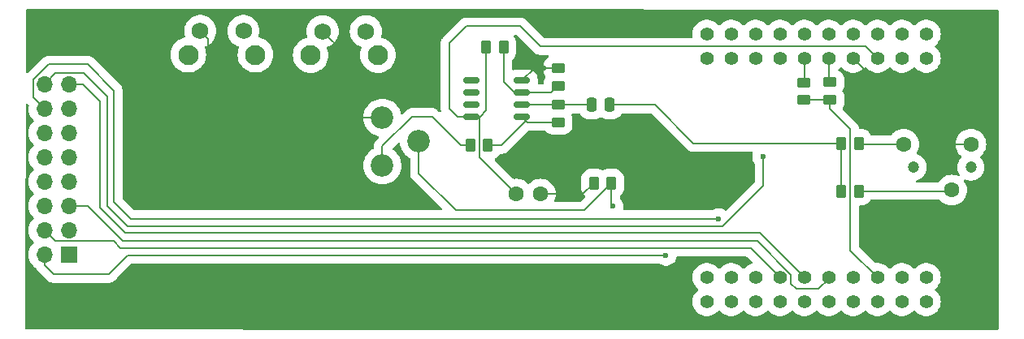
<source format=gbr>
%TF.GenerationSoftware,KiCad,Pcbnew,8.0.7*%
%TF.CreationDate,2025-01-11T10:05:48+01:00*%
%TF.ProjectId,ESP32_Audio_Spectrum_SSD1322,45535033-325f-4417-9564-696f5f537065,rev?*%
%TF.SameCoordinates,Original*%
%TF.FileFunction,Copper,L1,Top*%
%TF.FilePolarity,Positive*%
%FSLAX46Y46*%
G04 Gerber Fmt 4.6, Leading zero omitted, Abs format (unit mm)*
G04 Created by KiCad (PCBNEW 8.0.7) date 2025-01-11 10:05:48*
%MOMM*%
%LPD*%
G01*
G04 APERTURE LIST*
G04 Aperture macros list*
%AMRoundRect*
0 Rectangle with rounded corners*
0 $1 Rounding radius*
0 $2 $3 $4 $5 $6 $7 $8 $9 X,Y pos of 4 corners*
0 Add a 4 corners polygon primitive as box body*
4,1,4,$2,$3,$4,$5,$6,$7,$8,$9,$2,$3,0*
0 Add four circle primitives for the rounded corners*
1,1,$1+$1,$2,$3*
1,1,$1+$1,$4,$5*
1,1,$1+$1,$6,$7*
1,1,$1+$1,$8,$9*
0 Add four rect primitives between the rounded corners*
20,1,$1+$1,$2,$3,$4,$5,0*
20,1,$1+$1,$4,$5,$6,$7,0*
20,1,$1+$1,$6,$7,$8,$9,0*
20,1,$1+$1,$8,$9,$2,$3,0*%
G04 Aperture macros list end*
%TA.AperFunction,ComponentPad*%
%ADD10C,2.100000*%
%TD*%
%TA.AperFunction,ComponentPad*%
%ADD11C,1.750000*%
%TD*%
%TA.AperFunction,ComponentPad*%
%ADD12C,1.200000*%
%TD*%
%TA.AperFunction,ComponentPad*%
%ADD13C,1.600000*%
%TD*%
%TA.AperFunction,SMDPad,CuDef*%
%ADD14RoundRect,0.250000X0.450000X-0.262500X0.450000X0.262500X-0.450000X0.262500X-0.450000X-0.262500X0*%
%TD*%
%TA.AperFunction,SMDPad,CuDef*%
%ADD15RoundRect,0.250000X-0.450000X0.262500X-0.450000X-0.262500X0.450000X-0.262500X0.450000X0.262500X0*%
%TD*%
%TA.AperFunction,ComponentPad*%
%ADD16C,2.340000*%
%TD*%
%TA.AperFunction,SMDPad,CuDef*%
%ADD17RoundRect,0.250000X0.262500X0.450000X-0.262500X0.450000X-0.262500X-0.450000X0.262500X-0.450000X0*%
%TD*%
%TA.AperFunction,SMDPad,CuDef*%
%ADD18RoundRect,0.250000X0.250000X0.475000X-0.250000X0.475000X-0.250000X-0.475000X0.250000X-0.475000X0*%
%TD*%
%TA.AperFunction,ComponentPad*%
%ADD19C,1.400000*%
%TD*%
%TA.AperFunction,SMDPad,CuDef*%
%ADD20RoundRect,0.150000X0.675000X0.150000X-0.675000X0.150000X-0.675000X-0.150000X0.675000X-0.150000X0*%
%TD*%
%TA.AperFunction,SMDPad,CuDef*%
%ADD21RoundRect,0.250000X-0.262500X-0.450000X0.262500X-0.450000X0.262500X0.450000X-0.262500X0.450000X0*%
%TD*%
%TA.AperFunction,ComponentPad*%
%ADD22R,1.700000X1.700000*%
%TD*%
%TA.AperFunction,ComponentPad*%
%ADD23O,1.700000X1.700000*%
%TD*%
%TA.AperFunction,ViaPad*%
%ADD24C,4.000000*%
%TD*%
%TA.AperFunction,ViaPad*%
%ADD25C,0.600000*%
%TD*%
%TA.AperFunction,Conductor*%
%ADD26C,0.200000*%
%TD*%
G04 APERTURE END LIST*
D10*
%TO.P,BAR MODE,*%
%TO.N,*%
X119965000Y-86230000D03*
X126975000Y-86230000D03*
D11*
%TO.P,BAR MODE,1,1*%
%TO.N,GNDREF*%
X121215000Y-83740000D03*
%TO.P,BAR MODE,2,2*%
%TO.N,BAR_MODE*%
X125715000Y-83740000D03*
%TD*%
D12*
%TO.P,JACK1,*%
%TO.N,*%
X201495000Y-97960000D03*
X195495000Y-97960000D03*
D13*
%TO.P,JACK1,2*%
%TO.N,Net-(JACK1-Pad2)*%
X199495000Y-100360000D03*
%TO.P,JACK1,3*%
%TO.N,GNDREF*%
X201495000Y-95560000D03*
%TO.P,JACK1,4*%
%TO.N,Net-(JACK1-Pad4)*%
X194495000Y-95560000D03*
%TD*%
D14*
%TO.P,R5,1*%
%TO.N,Net-(U2A-+)*%
X158495000Y-89460000D03*
%TO.P,R5,2*%
%TO.N,GNDREF*%
X158495000Y-87635000D03*
%TD*%
D15*
%TO.P,R3,1*%
%TO.N,Net-(U2A--)*%
X158495000Y-91460000D03*
%TO.P,R3,2*%
%TO.N,Net-(R3-Pad2)*%
X158495000Y-93285000D03*
%TD*%
D16*
%TO.P,RV1,1,1*%
%TO.N,GNDREF*%
X140190000Y-92780000D03*
%TO.P,RV1,2,2*%
%TO.N,SVP*%
X143990000Y-95280000D03*
%TO.P,RV1,3,3*%
%TO.N,Net-(R4-Pad2)*%
X140190000Y-97780000D03*
%TD*%
D17*
%TO.P,R4,1*%
%TO.N,Net-(R3-Pad2)*%
X151190000Y-95690000D03*
%TO.P,R4,2*%
%TO.N,Net-(R4-Pad2)*%
X149365000Y-95690000D03*
%TD*%
%TO.P,R1,1*%
%TO.N,Net-(JACK1-Pad2)*%
X189820000Y-100460000D03*
%TO.P,R1,2*%
%TO.N,Net-(C1-Pad1)*%
X187995000Y-100460000D03*
%TD*%
D18*
%TO.P,C1,1*%
%TO.N,Net-(C1-Pad1)*%
X163895000Y-91460000D03*
%TO.P,C1,2*%
%TO.N,Net-(U2A--)*%
X161995000Y-91460000D03*
%TD*%
D19*
%TO.P,U1,1,GND*%
%TO.N,GNDREF*%
X173995000Y-112000000D03*
%TO.P,U1,2,RST*%
%TO.N,unconnected-(U1-RST-Pad2)*%
X173995000Y-109460000D03*
%TO.P,U1,3,NC*%
%TO.N,unconnected-(U1-NC-Pad3)*%
X176535000Y-112000000D03*
%TO.P,U1,4,IO_36/SVP/A0*%
%TO.N,SVP*%
X176535000Y-109460000D03*
%TO.P,U1,5,IO_39/SVN*%
%TO.N,unconnected-(U1-IO_39{slash}SVN-Pad5)*%
X179075000Y-112000000D03*
%TO.P,U1,6,IO_26/D0*%
%TO.N,unconnected-(U1-IO_26{slash}D0-Pad6)*%
X179075000Y-109460000D03*
%TO.P,U1,7,IO_35*%
%TO.N,unconnected-(U1-IO_35-Pad7)*%
X181615000Y-112000000D03*
%TO.P,U1,8,IO_18/D5*%
%TO.N,SCLK*%
X181615000Y-109460000D03*
%TO.P,U1,9,IO_33*%
%TO.N,unconnected-(U1-IO_33-Pad9)*%
X184155000Y-112000000D03*
%TO.P,U1,10,IO_19/D6*%
%TO.N,RST*%
X184155000Y-109460000D03*
%TO.P,U1,11,IO_34*%
%TO.N,unconnected-(U1-IO_34-Pad11)*%
X186695000Y-112000000D03*
%TO.P,U1,12,IO_23/D7*%
%TO.N,MOSI*%
X186695000Y-109460000D03*
%TO.P,U1,13,IO_14/TMS*%
%TO.N,unconnected-(U1-IO_14{slash}TMS-Pad13)*%
X189235000Y-112000000D03*
%TO.P,U1,14,IO_05/D8*%
%TO.N,DC*%
X189235000Y-109460000D03*
%TO.P,U1,15,NC*%
%TO.N,unconnected-(U1-NC-Pad15)*%
X191775000Y-112000000D03*
%TO.P,U1,16,3V3*%
%TO.N,3.3V*%
X191775000Y-109460000D03*
%TO.P,U1,17,IO_09/SD2*%
%TO.N,unconnected-(U1-IO_09{slash}SD2-Pad17)*%
X194315000Y-112000000D03*
%TO.P,U1,18,IO_13/TCK*%
%TO.N,unconnected-(U1-IO_13{slash}TCK-Pad18)*%
X194315000Y-109460000D03*
%TO.P,U1,19,CMD*%
%TO.N,unconnected-(U1-CMD-Pad19)*%
X196855000Y-112000000D03*
%TO.P,U1,20,IO_10/SD3*%
%TO.N,unconnected-(U1-IO_10{slash}SD3-Pad20)*%
X196855000Y-109460000D03*
%TO.P,U1,21,TXD*%
%TO.N,unconnected-(U1-TXD-Pad21)*%
X173995000Y-86600000D03*
%TO.P,U1,22,GND*%
%TO.N,GNDREF*%
X173995000Y-84060000D03*
%TO.P,U1,23,RXD*%
%TO.N,unconnected-(U1-RXD-Pad23)*%
X176535000Y-86600000D03*
%TO.P,U1,24,IO_27*%
%TO.N,unconnected-(U1-IO_27-Pad24)*%
X176535000Y-84060000D03*
%TO.P,U1,25,IO_22/D1/SCL*%
%TO.N,unconnected-(U1-IO_22{slash}D1{slash}SCL-Pad25)*%
X179075000Y-86600000D03*
%TO.P,U1,26,IO_25*%
%TO.N,unconnected-(U1-IO_25-Pad26)*%
X179075000Y-84060000D03*
%TO.P,U1,27,IO_21/D2/SDA*%
%TO.N,unconnected-(U1-IO_21{slash}D2{slash}SDA-Pad27)*%
X181615000Y-86600000D03*
%TO.P,U1,28,IO_32*%
%TO.N,unconnected-(U1-IO_32-Pad28)*%
X181615000Y-84060000D03*
%TO.P,U1,29,IO_17/D3*%
%TO.N,BAR_MODE*%
X184155000Y-86600000D03*
%TO.P,U1,30,IO_12/TDI*%
%TO.N,unconnected-(U1-IO_12{slash}TDI-Pad30)*%
X184155000Y-84060000D03*
%TO.P,U1,31,IO_16/D4*%
%TO.N,PEAK_MODE*%
X186695000Y-86600000D03*
%TO.P,U1,32,IO_04*%
%TO.N,unconnected-(U1-IO_04-Pad32)*%
X186695000Y-84060000D03*
%TO.P,U1,33,GND*%
%TO.N,GNDREF*%
X189235000Y-86600000D03*
%TO.P,U1,34,IO_00*%
%TO.N,CS*%
X189235000Y-84060000D03*
%TO.P,U1,35,VCC_(USB)*%
%TO.N,VCC*%
X191775000Y-86600000D03*
%TO.P,U1,36,IO_02*%
%TO.N,unconnected-(U1-IO_02-Pad36)*%
X191775000Y-84060000D03*
%TO.P,U1,37,TD0*%
%TO.N,unconnected-(U1-TD0-Pad37)*%
X194315000Y-86600000D03*
%TO.P,U1,38,SD1*%
%TO.N,unconnected-(U1-SD1-Pad38)*%
X194315000Y-84060000D03*
%TO.P,U1,39,SD0*%
%TO.N,unconnected-(U1-SD0-Pad39)*%
X196855000Y-86600000D03*
%TO.P,U1,40,CLK*%
%TO.N,unconnected-(U1-CLK-Pad40)*%
X196855000Y-84060000D03*
%TD*%
D20*
%TO.P,U2,1*%
%TO.N,Net-(R3-Pad2)*%
X154745000Y-92730000D03*
%TO.P,U2,2,-*%
%TO.N,Net-(U2A--)*%
X154745000Y-91460000D03*
%TO.P,U2,3,+*%
%TO.N,Net-(U2A-+)*%
X154745000Y-90190000D03*
%TO.P,U2,4,V-*%
%TO.N,GNDREF*%
X154745000Y-88920000D03*
%TO.P,U2,5,+*%
%TO.N,unconnected-(U2B-+-Pad5)*%
X149495000Y-88920000D03*
%TO.P,U2,6,-*%
%TO.N,unconnected-(U2B---Pad6)*%
X149495000Y-90190000D03*
%TO.P,U2,7*%
%TO.N,unconnected-(U2-Pad7)*%
X149495000Y-91460000D03*
%TO.P,U2,8,V+*%
%TO.N,VCC*%
X149495000Y-92730000D03*
%TD*%
D17*
%TO.P,R6,1*%
%TO.N,Net-(U2A-+)*%
X152820000Y-85460000D03*
%TO.P,R6,2*%
%TO.N,VCC*%
X150995000Y-85460000D03*
%TD*%
D13*
%TO.P,C2,1*%
%TO.N,VCC*%
X154155000Y-100770000D03*
%TO.P,C2,2*%
%TO.N,GNDREF*%
X156655000Y-100770000D03*
%TD*%
D10*
%TO.P,PEAK MODE,*%
%TO.N,*%
X132720000Y-86270000D03*
X139730000Y-86270000D03*
D11*
%TO.P,PEAK MODE,1,1*%
%TO.N,GNDREF*%
X133970000Y-83780000D03*
%TO.P,PEAK MODE,2,2*%
%TO.N,PEAK_MODE*%
X138470000Y-83780000D03*
%TD*%
D15*
%TO.P,R8,1*%
%TO.N,BAR_MODE*%
X184130000Y-89130000D03*
%TO.P,R8,2*%
%TO.N,3.3V*%
X184130000Y-90955000D03*
%TD*%
%TO.P,R9,1*%
%TO.N,PEAK_MODE*%
X186800000Y-89100000D03*
%TO.P,R9,2*%
%TO.N,3.3V*%
X186800000Y-90925000D03*
%TD*%
D17*
%TO.P,R2,1*%
%TO.N,Net-(JACK1-Pad4)*%
X189820000Y-95460000D03*
%TO.P,R2,2*%
%TO.N,Net-(C1-Pad1)*%
X187995000Y-95460000D03*
%TD*%
D21*
%TO.P,R7,1*%
%TO.N,GNDREF*%
X162215000Y-99640000D03*
%TO.P,R7,2*%
%TO.N,SVP*%
X164040000Y-99640000D03*
%TD*%
D22*
%TO.P,J1,1,Pin_1*%
%TO.N,GNDREF*%
X107535000Y-107080000D03*
D23*
%TO.P,J1,2,Pin_2*%
%TO.N,3.3V*%
X104995000Y-107080000D03*
%TO.P,J1,3,Pin_3*%
%TO.N,unconnected-(J1-Pin_3-Pad3)*%
X107535000Y-104540000D03*
%TO.P,J1,4,Pin_4*%
%TO.N,SCLK*%
X104995000Y-104540000D03*
%TO.P,J1,5,Pin_5*%
%TO.N,MOSI*%
X107535000Y-102000000D03*
%TO.P,J1,6,Pin_6*%
%TO.N,unconnected-(J1-Pin_6-Pad6)*%
X104995000Y-102000000D03*
%TO.P,J1,7,Pin_7*%
%TO.N,unconnected-(J1-Pin_7-Pad7)*%
X107535000Y-99460000D03*
%TO.P,J1,8,Pin_8*%
%TO.N,unconnected-(J1-Pin_8-Pad8)*%
X104995000Y-99460000D03*
%TO.P,J1,9,Pin_9*%
%TO.N,unconnected-(J1-Pin_9-Pad9)*%
X107535000Y-96920000D03*
%TO.P,J1,10,Pin_10*%
%TO.N,unconnected-(J1-Pin_10-Pad10)*%
X104995000Y-96920000D03*
%TO.P,J1,11,Pin_11*%
%TO.N,unconnected-(J1-Pin_11-Pad11)*%
X107535000Y-94380000D03*
%TO.P,J1,12,Pin_12*%
%TO.N,unconnected-(J1-Pin_12-Pad12)*%
X104995000Y-94380000D03*
%TO.P,J1,13,Pin_13*%
%TO.N,unconnected-(J1-Pin_13-Pad13)*%
X107535000Y-91840000D03*
%TO.P,J1,14,Pin_14*%
%TO.N,DC*%
X104995000Y-91840000D03*
%TO.P,J1,15,Pin_15*%
%TO.N,RST*%
X107535000Y-89300000D03*
%TO.P,J1,16,Pin_16*%
%TO.N,CS*%
X104995000Y-89300000D03*
%TD*%
D24*
%TO.N,GNDREF*%
X201610000Y-84420000D03*
X105880000Y-84090000D03*
X201600000Y-112010000D03*
X105820000Y-112190000D03*
D25*
X157025000Y-87635000D03*
%TO.N,3.3V*%
X169735000Y-107160000D03*
%TO.N,CS*%
X179825000Y-96860000D03*
%TO.N,DC*%
X175215000Y-103340000D03*
%TO.N,SVP*%
X164205000Y-102050000D03*
%TD*%
D26*
%TO.N,Net-(U2A--)*%
X161995000Y-91460000D02*
X158495000Y-91460000D01*
X154745000Y-91460000D02*
X158495000Y-91460000D01*
%TO.N,Net-(C1-Pad1)*%
X168405000Y-91460000D02*
X163895000Y-91460000D01*
X172575000Y-95460000D02*
X168565000Y-91450000D01*
X187995000Y-95460000D02*
X172575000Y-95460000D01*
X168565000Y-91450000D02*
X168415000Y-91450000D01*
X168415000Y-91450000D02*
X168405000Y-91460000D01*
X187995000Y-100460000D02*
X187995000Y-95460000D01*
%TO.N,VCC*%
X190755000Y-85600000D02*
X190505000Y-85350000D01*
X154155000Y-100770000D02*
X150285000Y-96900000D01*
X150995000Y-85460000D02*
X150995000Y-92054999D01*
X147185000Y-91880000D02*
X148035000Y-92730000D01*
X148035000Y-92730000D02*
X149495000Y-92730000D01*
X190505000Y-85350000D02*
X156675000Y-85350000D01*
X150285000Y-92764998D02*
X150357499Y-92692499D01*
X147185000Y-84980000D02*
X147185000Y-91880000D01*
X150319999Y-92730000D02*
X149495000Y-92730000D01*
X190775000Y-85600000D02*
X190755000Y-85600000D01*
X154565000Y-83240000D02*
X148925000Y-83240000D01*
X156675000Y-85350000D02*
X154565000Y-83240000D01*
X150995000Y-92054999D02*
X150357499Y-92692499D01*
X150357499Y-92692499D02*
X150319999Y-92730000D01*
X148925000Y-83240000D02*
X147185000Y-84980000D01*
X191775000Y-86600000D02*
X190775000Y-85600000D01*
X150285000Y-96900000D02*
X150285000Y-92764998D01*
%TO.N,GNDREF*%
X121215000Y-83740000D02*
X122035000Y-84560000D01*
X133970000Y-83780000D02*
X136480000Y-86290000D01*
X201495000Y-95560000D02*
X198195000Y-95560000D01*
X157025000Y-87635000D02*
X156030000Y-87635000D01*
X156030000Y-87635000D02*
X154745000Y-88920000D01*
X134390000Y-89270000D02*
X136605000Y-91485000D01*
X161085000Y-100770000D02*
X162215000Y-99640000D01*
X156655000Y-100770000D02*
X161085000Y-100770000D01*
X136480000Y-91360000D02*
X136605000Y-91485000D01*
X136605000Y-91485000D02*
X137900000Y-92780000D01*
X137900000Y-92780000D02*
X140190000Y-92780000D01*
X158495000Y-87635000D02*
X157025000Y-87635000D01*
X198195000Y-95560000D02*
X189235000Y-86600000D01*
X122035000Y-89270000D02*
X134390000Y-89270000D01*
X136480000Y-86290000D02*
X136480000Y-91360000D01*
X122035000Y-84560000D02*
X122035000Y-89270000D01*
%TO.N,RST*%
X184155000Y-109460000D02*
X179545000Y-104850000D01*
X179545000Y-104850000D02*
X113385000Y-104850000D01*
X108985000Y-89300000D02*
X107535000Y-89300000D01*
X110745000Y-91060000D02*
X108985000Y-89300000D01*
X110745000Y-102210000D02*
X110745000Y-91060000D01*
X113385000Y-104850000D02*
X110745000Y-102210000D01*
%TO.N,3.3V*%
X111775000Y-109050000D02*
X111685000Y-109140000D01*
X186770000Y-90955000D02*
X186800000Y-90925000D01*
X191775000Y-109460000D02*
X188950000Y-106635000D01*
X188950000Y-94000000D02*
X186800000Y-91850000D01*
X186800000Y-91850000D02*
X186800000Y-90925000D01*
X104995000Y-108210000D02*
X104995000Y-107080000D01*
X105925000Y-109140000D02*
X104995000Y-108210000D01*
X188950000Y-106635000D02*
X188950000Y-94000000D01*
X184130000Y-90955000D02*
X186770000Y-90955000D01*
X111775000Y-109010000D02*
X111775000Y-109050000D01*
X113625000Y-107160000D02*
X111775000Y-109010000D01*
X169735000Y-107160000D02*
X113625000Y-107160000D01*
X111685000Y-109140000D02*
X105925000Y-109140000D01*
%TO.N,MOSI*%
X185625000Y-110680000D02*
X186695000Y-109610000D01*
X107535000Y-102000000D02*
X109485000Y-102000000D01*
X179229214Y-105660000D02*
X182775000Y-109205786D01*
X182775000Y-110130000D02*
X183325000Y-110680000D01*
X182775000Y-109205786D02*
X182775000Y-110130000D01*
X109485000Y-102000000D02*
X113145000Y-105660000D01*
X186695000Y-109610000D02*
X186695000Y-109460000D01*
X183325000Y-110680000D02*
X185625000Y-110680000D01*
X113145000Y-105660000D02*
X179229214Y-105660000D01*
%TO.N,CS*%
X113675000Y-104130000D02*
X175665000Y-104130000D01*
X175665000Y-104130000D02*
X179875000Y-99920000D01*
X104995000Y-89300000D02*
X106145000Y-88150000D01*
X111525000Y-101980000D02*
X113675000Y-104130000D01*
X106145000Y-88150000D02*
X109115000Y-88150000D01*
X179875000Y-99920000D02*
X179875000Y-96910000D01*
X179875000Y-96910000D02*
X179825000Y-96860000D01*
X111525000Y-90560000D02*
X111525000Y-101980000D01*
X109115000Y-88150000D02*
X111525000Y-90560000D01*
%TO.N,DC*%
X103845000Y-88823654D02*
X105438654Y-87230000D01*
X150215000Y-103360000D02*
X175195000Y-103360000D01*
X114005000Y-103360000D02*
X150215000Y-103360000D01*
X112225000Y-101580000D02*
X114005000Y-103360000D01*
X105438654Y-87230000D02*
X109495000Y-87230000D01*
X104995000Y-91840000D02*
X103845000Y-90690000D01*
X109495000Y-87230000D02*
X112225000Y-89960000D01*
X112225000Y-89960000D02*
X112225000Y-90100000D01*
X150215000Y-103360000D02*
X150425000Y-103360000D01*
X150425000Y-103360000D02*
X150445000Y-103340000D01*
X112225000Y-90100000D02*
X112225000Y-101580000D01*
X175195000Y-103360000D02*
X175215000Y-103340000D01*
X103845000Y-90690000D02*
X103845000Y-88823654D01*
%TO.N,SCLK*%
X104995000Y-104540000D02*
X106145000Y-105690000D01*
X112175000Y-105690000D02*
X112875000Y-106390000D01*
X112875000Y-106390000D02*
X178545000Y-106390000D01*
X178545000Y-106390000D02*
X181615000Y-109460000D01*
X106145000Y-105690000D02*
X112175000Y-105690000D01*
%TO.N,Net-(JACK1-Pad2)*%
X199395000Y-100460000D02*
X199495000Y-100360000D01*
X189820000Y-100460000D02*
X199395000Y-100460000D01*
%TO.N,Net-(JACK1-Pad4)*%
X194495000Y-95560000D02*
X189920000Y-95560000D01*
X189920000Y-95560000D02*
X189820000Y-95460000D01*
%TO.N,Net-(R3-Pad2)*%
X155130000Y-93115000D02*
X154745000Y-92730000D01*
X155130000Y-93115000D02*
X152555000Y-95690000D01*
X155300000Y-93285000D02*
X155130000Y-93115000D01*
X158495000Y-93285000D02*
X155300000Y-93285000D01*
X152555000Y-95690000D02*
X151190000Y-95690000D01*
%TO.N,Net-(R4-Pad2)*%
X143270000Y-92710000D02*
X145360000Y-92710000D01*
X145360000Y-92710000D02*
X148340000Y-95690000D01*
X140190000Y-95790000D02*
X143270000Y-92710000D01*
X140190000Y-97780000D02*
X140190000Y-95790000D01*
X148340000Y-95690000D02*
X149365000Y-95690000D01*
%TO.N,Net-(U2A-+)*%
X154745000Y-90190000D02*
X153920001Y-90190000D01*
X157765000Y-90190000D02*
X154745000Y-90190000D01*
X153920001Y-90190000D02*
X152820000Y-89089999D01*
X152820000Y-89089999D02*
X152820000Y-85460000D01*
X158495000Y-89460000D02*
X157765000Y-90190000D01*
%TO.N,SVP*%
X164205000Y-102050000D02*
X164040000Y-101885000D01*
X161200000Y-102480000D02*
X147870000Y-102480000D01*
X147870000Y-102480000D02*
X143990000Y-98600000D01*
X164040000Y-99640000D02*
X161200000Y-102480000D01*
X143990000Y-98600000D02*
X143990000Y-95280000D01*
X164040000Y-101885000D02*
X164040000Y-99640000D01*
%TO.N,BAR_MODE*%
X184155000Y-89105000D02*
X184130000Y-89130000D01*
X184155000Y-86600000D02*
X184155000Y-89105000D01*
%TO.N,PEAK_MODE*%
X186695000Y-88995000D02*
X186800000Y-89100000D01*
X186695000Y-86600000D02*
X186695000Y-88995000D01*
%TD*%
%TA.AperFunction,Conductor*%
%TO.N,GNDREF*%
G36*
X204270639Y-81539778D02*
G01*
X204337653Y-81559534D01*
X204383350Y-81612388D01*
X204394500Y-81663777D01*
X204394500Y-111486000D01*
X204385495Y-114835833D01*
X204365630Y-114902820D01*
X204312703Y-114948432D01*
X204261495Y-114959500D01*
X148609500Y-114959500D01*
X103119365Y-114910156D01*
X103052347Y-114890399D01*
X103006650Y-114837545D01*
X102995500Y-114786156D01*
X102995500Y-107284000D01*
X102996360Y-106964035D01*
X103038049Y-91455571D01*
X103057913Y-91388590D01*
X103110840Y-91342978D01*
X103180025Y-91333220D01*
X103243502Y-91362416D01*
X103249720Y-91368220D01*
X103330564Y-91449063D01*
X103364048Y-91510384D01*
X103363456Y-91565689D01*
X103359778Y-91581006D01*
X103359778Y-91581008D01*
X103339396Y-91840000D01*
X103359778Y-92098990D01*
X103420427Y-92351610D01*
X103519843Y-92591623D01*
X103519845Y-92591627D01*
X103519846Y-92591628D01*
X103655588Y-92813140D01*
X103824311Y-93010689D01*
X103830193Y-93015712D01*
X103868383Y-93074219D01*
X103868881Y-93144087D01*
X103831526Y-93203132D01*
X103830256Y-93204232D01*
X103824311Y-93209311D01*
X103824309Y-93209313D01*
X103655588Y-93406859D01*
X103519843Y-93628376D01*
X103420427Y-93868389D01*
X103359778Y-94121009D01*
X103339396Y-94380000D01*
X103359778Y-94638990D01*
X103420427Y-94891610D01*
X103519843Y-95131623D01*
X103519845Y-95131627D01*
X103519846Y-95131628D01*
X103655588Y-95353140D01*
X103824311Y-95550689D01*
X103830193Y-95555712D01*
X103868383Y-95614219D01*
X103868881Y-95684087D01*
X103831526Y-95743132D01*
X103830256Y-95744232D01*
X103824311Y-95749311D01*
X103824309Y-95749313D01*
X103655588Y-95946859D01*
X103519843Y-96168376D01*
X103420427Y-96408389D01*
X103359778Y-96661009D01*
X103339396Y-96920000D01*
X103359778Y-97178990D01*
X103420427Y-97431610D01*
X103519843Y-97671623D01*
X103519845Y-97671627D01*
X103519846Y-97671628D01*
X103655588Y-97893140D01*
X103824311Y-98090689D01*
X103830193Y-98095712D01*
X103868383Y-98154219D01*
X103868881Y-98224087D01*
X103831526Y-98283132D01*
X103830256Y-98284232D01*
X103825900Y-98287954D01*
X103824309Y-98289313D01*
X103655588Y-98486859D01*
X103519843Y-98708376D01*
X103420427Y-98948389D01*
X103359778Y-99201009D01*
X103339396Y-99460000D01*
X103359778Y-99718990D01*
X103420427Y-99971610D01*
X103519843Y-100211623D01*
X103519845Y-100211627D01*
X103519846Y-100211628D01*
X103655588Y-100433140D01*
X103824311Y-100630689D01*
X103830193Y-100635712D01*
X103868383Y-100694219D01*
X103868881Y-100764087D01*
X103831526Y-100823132D01*
X103830256Y-100824232D01*
X103824311Y-100829311D01*
X103824309Y-100829313D01*
X103655588Y-101026859D01*
X103519843Y-101248376D01*
X103420427Y-101488389D01*
X103359778Y-101741009D01*
X103339396Y-102000000D01*
X103359778Y-102258990D01*
X103420427Y-102511610D01*
X103519843Y-102751623D01*
X103519845Y-102751627D01*
X103519846Y-102751628D01*
X103655588Y-102973140D01*
X103824311Y-103170689D01*
X103830193Y-103175712D01*
X103868383Y-103234219D01*
X103868881Y-103304087D01*
X103831526Y-103363132D01*
X103830256Y-103364232D01*
X103824311Y-103369311D01*
X103824309Y-103369313D01*
X103655588Y-103566859D01*
X103519843Y-103788376D01*
X103420427Y-104028389D01*
X103359778Y-104281009D01*
X103339396Y-104540000D01*
X103359778Y-104798990D01*
X103420427Y-105051610D01*
X103519843Y-105291623D01*
X103519845Y-105291627D01*
X103519846Y-105291628D01*
X103655588Y-105513140D01*
X103824311Y-105710689D01*
X103830193Y-105715712D01*
X103868383Y-105774219D01*
X103868881Y-105844087D01*
X103831526Y-105903132D01*
X103830256Y-105904232D01*
X103824311Y-105909311D01*
X103824309Y-105909313D01*
X103655588Y-106106859D01*
X103519843Y-106328376D01*
X103420427Y-106568389D01*
X103359778Y-106821009D01*
X103339396Y-107080000D01*
X103359778Y-107338990D01*
X103420427Y-107591610D01*
X103519843Y-107831623D01*
X103519845Y-107831627D01*
X103519846Y-107831628D01*
X103655588Y-108053140D01*
X103824311Y-108250689D01*
X104021860Y-108419412D01*
X104101671Y-108468320D01*
X104148547Y-108520132D01*
X104151438Y-108526583D01*
X104163045Y-108554605D01*
X104163046Y-108554607D01*
X104196984Y-108636542D01*
X104196985Y-108636544D01*
X104245732Y-108709499D01*
X104245734Y-108709501D01*
X104295534Y-108784034D01*
X104295538Y-108784039D01*
X105225536Y-109714035D01*
X105350963Y-109839462D01*
X105350966Y-109839465D01*
X105498449Y-109938011D01*
X105498451Y-109938012D01*
X105498453Y-109938013D01*
X105524689Y-109948880D01*
X105524690Y-109948881D01*
X105524691Y-109948881D01*
X105662334Y-110005895D01*
X105836304Y-110040499D01*
X105836308Y-110040500D01*
X105836309Y-110040500D01*
X111773693Y-110040500D01*
X111773694Y-110040499D01*
X111947666Y-110005895D01*
X112029606Y-109971953D01*
X112111547Y-109938013D01*
X112246241Y-109848013D01*
X112246241Y-109848012D01*
X112246243Y-109848012D01*
X112252594Y-109843767D01*
X112259036Y-109839464D01*
X112474464Y-109624036D01*
X112524807Y-109548692D01*
X112548227Y-109513639D01*
X112563643Y-109494855D01*
X113961681Y-108096819D01*
X114023004Y-108063334D01*
X114049362Y-108060500D01*
X169063587Y-108060500D01*
X169128864Y-108079073D01*
X169157525Y-108096819D01*
X169242363Y-108149348D01*
X169432544Y-108223024D01*
X169633024Y-108260500D01*
X169633026Y-108260500D01*
X169836974Y-108260500D01*
X169836976Y-108260500D01*
X170037456Y-108223024D01*
X170227637Y-108149348D01*
X170401041Y-108041981D01*
X170551764Y-107904579D01*
X170674673Y-107741821D01*
X170765582Y-107559250D01*
X170816423Y-107380565D01*
X170853702Y-107321472D01*
X170917012Y-107291915D01*
X170935689Y-107290500D01*
X178120638Y-107290500D01*
X178187677Y-107310185D01*
X178208319Y-107326819D01*
X178696347Y-107814847D01*
X178729832Y-107876170D01*
X178724848Y-107945862D01*
X178682976Y-108001795D01*
X178648930Y-108019809D01*
X178470194Y-108081170D01*
X178470188Y-108081172D01*
X178251493Y-108199524D01*
X178055257Y-108352261D01*
X177896230Y-108525010D01*
X177836342Y-108561001D01*
X177766504Y-108558900D01*
X177713770Y-108525010D01*
X177661583Y-108468320D01*
X177554744Y-108352262D01*
X177358509Y-108199526D01*
X177358507Y-108199525D01*
X177358506Y-108199524D01*
X177139811Y-108081172D01*
X177139802Y-108081169D01*
X176904616Y-108000429D01*
X176659335Y-107959500D01*
X176410665Y-107959500D01*
X176165383Y-108000429D01*
X175930197Y-108081169D01*
X175930188Y-108081172D01*
X175711493Y-108199524D01*
X175515257Y-108352261D01*
X175356230Y-108525010D01*
X175296342Y-108561001D01*
X175226504Y-108558900D01*
X175173770Y-108525010D01*
X175121583Y-108468320D01*
X175014744Y-108352262D01*
X174818509Y-108199526D01*
X174818507Y-108199525D01*
X174818506Y-108199524D01*
X174599811Y-108081172D01*
X174599802Y-108081169D01*
X174364616Y-108000429D01*
X174119335Y-107959500D01*
X173870665Y-107959500D01*
X173625383Y-108000429D01*
X173390197Y-108081169D01*
X173390188Y-108081172D01*
X173171493Y-108199524D01*
X172975257Y-108352261D01*
X172806833Y-108535217D01*
X172670826Y-108743393D01*
X172570936Y-108971118D01*
X172509892Y-109212175D01*
X172509890Y-109212187D01*
X172489357Y-109459994D01*
X172489357Y-109460005D01*
X172509890Y-109707812D01*
X172509892Y-109707824D01*
X172570936Y-109948879D01*
X172670826Y-110176606D01*
X172806833Y-110384782D01*
X172806836Y-110384785D01*
X172975256Y-110567738D01*
X172975259Y-110567740D01*
X172975262Y-110567743D01*
X173058415Y-110632464D01*
X173099228Y-110689174D01*
X173102903Y-110758947D01*
X173068271Y-110819630D01*
X173058416Y-110828170D01*
X172975597Y-110892630D01*
X172975592Y-110892635D01*
X172807232Y-111075521D01*
X172671267Y-111283632D01*
X172571412Y-111511282D01*
X172510387Y-111752261D01*
X172510385Y-111752270D01*
X172489859Y-111999994D01*
X172489859Y-112000005D01*
X172510385Y-112247729D01*
X172510387Y-112247738D01*
X172571412Y-112488717D01*
X172671267Y-112716367D01*
X172807232Y-112924478D01*
X172975592Y-113107364D01*
X172975602Y-113107373D01*
X173171762Y-113260051D01*
X173171771Y-113260057D01*
X173390385Y-113378364D01*
X173390396Y-113378369D01*
X173625506Y-113459083D01*
X173870707Y-113500000D01*
X174119293Y-113500000D01*
X174364493Y-113459083D01*
X174599603Y-113378369D01*
X174599614Y-113378364D01*
X174818228Y-113260057D01*
X174818237Y-113260051D01*
X175014397Y-113107373D01*
X175014401Y-113107370D01*
X175173430Y-112934620D01*
X175233318Y-112898629D01*
X175303156Y-112900730D01*
X175355889Y-112934619D01*
X175515256Y-113107738D01*
X175711491Y-113260474D01*
X175711493Y-113260475D01*
X175929332Y-113378364D01*
X175930190Y-113378828D01*
X176149141Y-113453994D01*
X176163964Y-113459083D01*
X176165386Y-113459571D01*
X176410665Y-113500500D01*
X176659335Y-113500500D01*
X176904614Y-113459571D01*
X177139810Y-113378828D01*
X177358509Y-113260474D01*
X177554744Y-113107738D01*
X177713771Y-112934988D01*
X177773657Y-112898999D01*
X177843495Y-112901099D01*
X177896228Y-112934988D01*
X178055256Y-113107738D01*
X178251491Y-113260474D01*
X178251493Y-113260475D01*
X178469332Y-113378364D01*
X178470190Y-113378828D01*
X178689141Y-113453994D01*
X178703964Y-113459083D01*
X178705386Y-113459571D01*
X178950665Y-113500500D01*
X179199335Y-113500500D01*
X179444614Y-113459571D01*
X179679810Y-113378828D01*
X179898509Y-113260474D01*
X180094744Y-113107738D01*
X180253771Y-112934988D01*
X180313657Y-112898999D01*
X180383495Y-112901099D01*
X180436228Y-112934988D01*
X180595256Y-113107738D01*
X180791491Y-113260474D01*
X180791493Y-113260475D01*
X181009332Y-113378364D01*
X181010190Y-113378828D01*
X181229141Y-113453994D01*
X181243964Y-113459083D01*
X181245386Y-113459571D01*
X181490665Y-113500500D01*
X181739335Y-113500500D01*
X181984614Y-113459571D01*
X182219810Y-113378828D01*
X182438509Y-113260474D01*
X182634744Y-113107738D01*
X182793771Y-112934988D01*
X182853657Y-112898999D01*
X182923495Y-112901099D01*
X182976228Y-112934988D01*
X183135256Y-113107738D01*
X183331491Y-113260474D01*
X183331493Y-113260475D01*
X183549332Y-113378364D01*
X183550190Y-113378828D01*
X183769141Y-113453994D01*
X183783964Y-113459083D01*
X183785386Y-113459571D01*
X184030665Y-113500500D01*
X184279335Y-113500500D01*
X184524614Y-113459571D01*
X184759810Y-113378828D01*
X184978509Y-113260474D01*
X185174744Y-113107738D01*
X185333771Y-112934988D01*
X185393657Y-112898999D01*
X185463495Y-112901099D01*
X185516228Y-112934988D01*
X185675256Y-113107738D01*
X185871491Y-113260474D01*
X185871493Y-113260475D01*
X186089332Y-113378364D01*
X186090190Y-113378828D01*
X186309141Y-113453994D01*
X186323964Y-113459083D01*
X186325386Y-113459571D01*
X186570665Y-113500500D01*
X186819335Y-113500500D01*
X187064614Y-113459571D01*
X187299810Y-113378828D01*
X187518509Y-113260474D01*
X187714744Y-113107738D01*
X187873771Y-112934988D01*
X187933657Y-112898999D01*
X188003495Y-112901099D01*
X188056228Y-112934988D01*
X188215256Y-113107738D01*
X188411491Y-113260474D01*
X188411493Y-113260475D01*
X188629332Y-113378364D01*
X188630190Y-113378828D01*
X188849141Y-113453994D01*
X188863964Y-113459083D01*
X188865386Y-113459571D01*
X189110665Y-113500500D01*
X189359335Y-113500500D01*
X189604614Y-113459571D01*
X189839810Y-113378828D01*
X190058509Y-113260474D01*
X190254744Y-113107738D01*
X190413771Y-112934988D01*
X190473657Y-112898999D01*
X190543495Y-112901099D01*
X190596228Y-112934988D01*
X190755256Y-113107738D01*
X190951491Y-113260474D01*
X190951493Y-113260475D01*
X191169332Y-113378364D01*
X191170190Y-113378828D01*
X191389141Y-113453994D01*
X191403964Y-113459083D01*
X191405386Y-113459571D01*
X191650665Y-113500500D01*
X191899335Y-113500500D01*
X192144614Y-113459571D01*
X192379810Y-113378828D01*
X192598509Y-113260474D01*
X192794744Y-113107738D01*
X192953771Y-112934988D01*
X193013657Y-112898999D01*
X193083495Y-112901099D01*
X193136228Y-112934988D01*
X193295256Y-113107738D01*
X193491491Y-113260474D01*
X193491493Y-113260475D01*
X193709332Y-113378364D01*
X193710190Y-113378828D01*
X193929141Y-113453994D01*
X193943964Y-113459083D01*
X193945386Y-113459571D01*
X194190665Y-113500500D01*
X194439335Y-113500500D01*
X194684614Y-113459571D01*
X194919810Y-113378828D01*
X195138509Y-113260474D01*
X195334744Y-113107738D01*
X195493771Y-112934988D01*
X195553657Y-112898999D01*
X195623495Y-112901099D01*
X195676228Y-112934988D01*
X195835256Y-113107738D01*
X196031491Y-113260474D01*
X196031493Y-113260475D01*
X196249332Y-113378364D01*
X196250190Y-113378828D01*
X196469141Y-113453994D01*
X196483964Y-113459083D01*
X196485386Y-113459571D01*
X196730665Y-113500500D01*
X196979335Y-113500500D01*
X197224614Y-113459571D01*
X197459810Y-113378828D01*
X197678509Y-113260474D01*
X197874744Y-113107738D01*
X198043164Y-112924785D01*
X198179173Y-112716607D01*
X198279063Y-112488881D01*
X198340108Y-112247821D01*
X198360643Y-112000000D01*
X198340108Y-111752179D01*
X198340107Y-111752175D01*
X198279063Y-111511118D01*
X198179173Y-111283393D01*
X198043166Y-111075217D01*
X197937561Y-110960500D01*
X197874744Y-110892262D01*
X197791991Y-110827852D01*
X197751179Y-110771143D01*
X197747504Y-110701370D01*
X197782136Y-110640687D01*
X197791985Y-110632151D01*
X197874744Y-110567738D01*
X198043164Y-110384785D01*
X198179173Y-110176607D01*
X198279063Y-109948881D01*
X198281815Y-109938016D01*
X198340107Y-109707824D01*
X198340108Y-109707821D01*
X198340109Y-109707812D01*
X198360643Y-109460005D01*
X198360643Y-109459994D01*
X198340109Y-109212187D01*
X198340107Y-109212175D01*
X198279063Y-108971118D01*
X198179173Y-108743393D01*
X198043166Y-108535217D01*
X198021557Y-108511744D01*
X197874744Y-108352262D01*
X197678509Y-108199526D01*
X197678507Y-108199525D01*
X197678506Y-108199524D01*
X197459811Y-108081172D01*
X197459802Y-108081169D01*
X197224616Y-108000429D01*
X196979335Y-107959500D01*
X196730665Y-107959500D01*
X196485383Y-108000429D01*
X196250197Y-108081169D01*
X196250188Y-108081172D01*
X196031493Y-108199524D01*
X195835257Y-108352261D01*
X195676230Y-108525010D01*
X195616342Y-108561001D01*
X195546504Y-108558900D01*
X195493770Y-108525010D01*
X195441583Y-108468320D01*
X195334744Y-108352262D01*
X195138509Y-108199526D01*
X195138507Y-108199525D01*
X195138506Y-108199524D01*
X194919811Y-108081172D01*
X194919802Y-108081169D01*
X194684616Y-108000429D01*
X194439335Y-107959500D01*
X194190665Y-107959500D01*
X193945383Y-108000429D01*
X193710197Y-108081169D01*
X193710188Y-108081172D01*
X193491493Y-108199524D01*
X193295257Y-108352261D01*
X193136230Y-108525010D01*
X193076342Y-108561001D01*
X193006504Y-108558900D01*
X192953770Y-108525010D01*
X192901583Y-108468320D01*
X192794744Y-108352262D01*
X192598509Y-108199526D01*
X192598507Y-108199525D01*
X192598506Y-108199524D01*
X192379811Y-108081172D01*
X192379802Y-108081169D01*
X192144616Y-108000429D01*
X191899335Y-107959500D01*
X191650665Y-107959500D01*
X191650664Y-107959500D01*
X191625635Y-107963676D01*
X191556270Y-107955293D01*
X191517547Y-107929048D01*
X189886819Y-106298319D01*
X189853334Y-106236996D01*
X189850500Y-106210638D01*
X189850500Y-102084500D01*
X189870185Y-102017461D01*
X189922989Y-101971706D01*
X189974500Y-101960500D01*
X190134105Y-101960500D01*
X190134108Y-101960500D01*
X190288434Y-101945300D01*
X190486454Y-101885232D01*
X190668950Y-101787685D01*
X190828910Y-101656410D01*
X190960185Y-101496450D01*
X190991506Y-101437853D01*
X190997817Y-101426047D01*
X191046779Y-101376203D01*
X191107175Y-101360500D01*
X198187547Y-101360500D01*
X198254586Y-101380185D01*
X198281833Y-101403965D01*
X198344653Y-101477517D01*
X198359776Y-101495224D01*
X198551343Y-101658838D01*
X198551346Y-101658839D01*
X198766140Y-101790466D01*
X198902426Y-101846917D01*
X198998889Y-101886873D01*
X199243852Y-101945683D01*
X199495000Y-101965449D01*
X199746148Y-101945683D01*
X199991111Y-101886873D01*
X200223859Y-101790466D01*
X200438659Y-101658836D01*
X200630224Y-101495224D01*
X200793836Y-101303659D01*
X200925466Y-101088859D01*
X201021873Y-100856111D01*
X201080683Y-100611148D01*
X201100449Y-100360000D01*
X201080683Y-100108852D01*
X201021873Y-99863889D01*
X200961854Y-99718990D01*
X200925466Y-99631140D01*
X200807474Y-99438596D01*
X200789229Y-99371150D01*
X200810345Y-99304548D01*
X200864117Y-99259934D01*
X200933473Y-99251474D01*
X200952579Y-99256936D01*
X200952758Y-99256388D01*
X200957389Y-99257892D01*
X200957394Y-99257895D01*
X201050385Y-99288108D01*
X201052089Y-99288678D01*
X201138138Y-99318219D01*
X201150019Y-99322298D01*
X201152387Y-99322693D01*
X201162258Y-99325105D01*
X201162313Y-99324877D01*
X201167034Y-99326010D01*
X201167049Y-99326015D01*
X201269798Y-99342288D01*
X201270607Y-99342420D01*
X201378951Y-99360500D01*
X201378956Y-99360500D01*
X201611044Y-99360500D01*
X201611049Y-99360500D01*
X201719678Y-99342372D01*
X201719970Y-99342324D01*
X201822951Y-99326015D01*
X201822956Y-99326013D01*
X201827689Y-99324877D01*
X201827744Y-99325109D01*
X201837621Y-99322691D01*
X201839981Y-99322298D01*
X201937838Y-99288702D01*
X201939683Y-99288085D01*
X202032606Y-99257895D01*
X202035199Y-99256573D01*
X202051249Y-99249769D01*
X202059503Y-99246936D01*
X202144988Y-99200673D01*
X202147634Y-99199284D01*
X202229022Y-99157815D01*
X202236495Y-99152385D01*
X202250379Y-99143637D01*
X202263626Y-99136470D01*
X202335329Y-99080660D01*
X202338559Y-99078231D01*
X202407365Y-99028242D01*
X202409065Y-99026542D01*
X202418375Y-99017232D01*
X202429899Y-99007055D01*
X202446779Y-98993917D01*
X202446779Y-98993916D01*
X202446784Y-98993913D01*
X202504065Y-98931687D01*
X202507543Y-98928062D01*
X202563242Y-98872365D01*
X202576117Y-98854641D01*
X202585199Y-98843552D01*
X202603979Y-98823153D01*
X202646773Y-98757649D01*
X202650252Y-98752605D01*
X202692813Y-98694025D01*
X202692813Y-98694024D01*
X202692815Y-98694022D01*
X202705629Y-98668872D01*
X202712305Y-98657346D01*
X202730924Y-98628849D01*
X202759818Y-98562974D01*
X202762869Y-98556533D01*
X202792895Y-98497606D01*
X202803574Y-98464737D01*
X202807943Y-98453263D01*
X202812186Y-98443590D01*
X202824157Y-98416300D01*
X202840265Y-98352689D01*
X202842540Y-98344810D01*
X202847365Y-98329960D01*
X202861015Y-98287951D01*
X202867407Y-98247584D01*
X202869666Y-98236586D01*
X202881134Y-98191305D01*
X202886034Y-98132165D01*
X202887133Y-98123045D01*
X202895500Y-98070222D01*
X202895500Y-98023051D01*
X202895924Y-98012810D01*
X202900300Y-97960004D01*
X202895923Y-97907175D01*
X202895500Y-97896936D01*
X202895500Y-97849780D01*
X202895500Y-97849778D01*
X202887133Y-97796950D01*
X202886034Y-97787832D01*
X202881134Y-97728695D01*
X202869668Y-97683421D01*
X202867407Y-97672414D01*
X202861015Y-97632049D01*
X202842536Y-97575177D01*
X202840266Y-97567314D01*
X202824157Y-97503701D01*
X202824156Y-97503697D01*
X202807944Y-97466737D01*
X202803569Y-97455246D01*
X202792895Y-97422394D01*
X202762871Y-97363470D01*
X202759814Y-97357014D01*
X202759811Y-97357008D01*
X202730924Y-97291151D01*
X202712299Y-97262643D01*
X202705626Y-97251122D01*
X202692815Y-97225978D01*
X202650238Y-97167376D01*
X202646766Y-97162338D01*
X202603978Y-97096845D01*
X202585206Y-97076454D01*
X202576119Y-97065359D01*
X202563242Y-97047635D01*
X202507590Y-96991983D01*
X202504044Y-96988288D01*
X202495379Y-96978876D01*
X202464455Y-96916223D01*
X202472312Y-96846796D01*
X202506075Y-96800599D01*
X202629870Y-96694869D01*
X202793428Y-96503367D01*
X202793431Y-96503362D01*
X202925019Y-96288631D01*
X203021396Y-96055956D01*
X203080187Y-95811072D01*
X203099947Y-95560000D01*
X203080187Y-95308927D01*
X203021396Y-95064043D01*
X202925019Y-94831368D01*
X202793431Y-94616637D01*
X202793428Y-94616632D01*
X202629869Y-94425130D01*
X202438367Y-94261571D01*
X202438362Y-94261568D01*
X202223631Y-94129980D01*
X201990956Y-94033603D01*
X201746072Y-93974812D01*
X201495000Y-93955052D01*
X201243927Y-93974812D01*
X200999043Y-94033603D01*
X200766368Y-94129980D01*
X200551637Y-94261568D01*
X200551632Y-94261571D01*
X200360130Y-94425130D01*
X200196571Y-94616632D01*
X200196568Y-94616637D01*
X200064980Y-94831368D01*
X199968603Y-95064043D01*
X199909812Y-95308927D01*
X199890052Y-95560000D01*
X199909812Y-95811072D01*
X199968603Y-96055956D01*
X200064980Y-96288631D01*
X200196568Y-96503362D01*
X200196571Y-96503367D01*
X200360132Y-96694872D01*
X200483924Y-96800600D01*
X200522118Y-96859106D01*
X200522617Y-96928974D01*
X200494620Y-96978876D01*
X200485967Y-96988275D01*
X200482423Y-96991969D01*
X200426759Y-97047634D01*
X200413880Y-97065359D01*
X200404801Y-97076444D01*
X200386025Y-97096841D01*
X200386018Y-97096850D01*
X200343230Y-97162341D01*
X200339743Y-97167400D01*
X200297186Y-97225976D01*
X200297184Y-97225980D01*
X200284369Y-97251128D01*
X200277699Y-97262643D01*
X200259081Y-97291141D01*
X200259073Y-97291156D01*
X200230186Y-97357009D01*
X200227117Y-97363489D01*
X200197108Y-97422384D01*
X200197103Y-97422397D01*
X200186429Y-97455248D01*
X200182056Y-97466734D01*
X200165845Y-97503691D01*
X200165844Y-97503694D01*
X200149735Y-97567305D01*
X200147462Y-97575177D01*
X200128986Y-97632042D01*
X200128985Y-97632049D01*
X200122594Y-97672394D01*
X200120327Y-97683429D01*
X200108867Y-97728687D01*
X200108865Y-97728699D01*
X200103967Y-97787798D01*
X200102865Y-97796950D01*
X200094500Y-97849775D01*
X200094500Y-97896936D01*
X200094077Y-97907174D01*
X200089700Y-97960004D01*
X200094076Y-98012810D01*
X200094500Y-98023051D01*
X200094500Y-98070223D01*
X200102865Y-98123047D01*
X200103967Y-98132200D01*
X200108865Y-98191303D01*
X200120328Y-98236569D01*
X200122595Y-98247609D01*
X200128985Y-98287953D01*
X200147460Y-98344813D01*
X200149734Y-98352689D01*
X200165843Y-98416300D01*
X200182057Y-98453268D01*
X200186429Y-98464752D01*
X200197103Y-98497602D01*
X200197104Y-98497605D01*
X200227116Y-98556507D01*
X200230186Y-98562990D01*
X200259073Y-98628845D01*
X200277697Y-98657351D01*
X200284370Y-98668872D01*
X200297185Y-98694022D01*
X200315091Y-98718668D01*
X200338571Y-98784473D01*
X200322746Y-98852527D01*
X200272641Y-98901222D01*
X200204163Y-98915098D01*
X200167321Y-98906114D01*
X199991113Y-98833127D01*
X199746151Y-98774317D01*
X199495000Y-98754551D01*
X199243848Y-98774317D01*
X198998889Y-98833126D01*
X198766140Y-98929533D01*
X198551346Y-99061160D01*
X198551343Y-99061161D01*
X198359776Y-99224776D01*
X198196162Y-99416343D01*
X198169410Y-99460000D01*
X198147572Y-99495637D01*
X198144721Y-99500289D01*
X198092909Y-99547165D01*
X198038993Y-99559500D01*
X195892126Y-99559500D01*
X195825087Y-99539815D01*
X195779332Y-99487011D01*
X195769388Y-99417853D01*
X195798413Y-99354297D01*
X195851862Y-99318219D01*
X195891683Y-99304548D01*
X195937838Y-99288702D01*
X195939683Y-99288085D01*
X196032606Y-99257895D01*
X196035199Y-99256573D01*
X196051249Y-99249769D01*
X196059503Y-99246936D01*
X196144988Y-99200673D01*
X196147634Y-99199284D01*
X196229022Y-99157815D01*
X196236495Y-99152385D01*
X196250379Y-99143637D01*
X196263626Y-99136470D01*
X196335329Y-99080660D01*
X196338559Y-99078231D01*
X196407365Y-99028242D01*
X196409065Y-99026542D01*
X196418375Y-99017232D01*
X196429899Y-99007055D01*
X196446779Y-98993917D01*
X196446779Y-98993916D01*
X196446784Y-98993913D01*
X196504065Y-98931687D01*
X196507543Y-98928062D01*
X196563242Y-98872365D01*
X196576117Y-98854641D01*
X196585199Y-98843552D01*
X196603979Y-98823153D01*
X196646773Y-98757649D01*
X196650252Y-98752605D01*
X196692813Y-98694025D01*
X196692813Y-98694024D01*
X196692815Y-98694022D01*
X196705629Y-98668872D01*
X196712305Y-98657346D01*
X196730924Y-98628849D01*
X196759818Y-98562974D01*
X196762869Y-98556533D01*
X196792895Y-98497606D01*
X196803574Y-98464737D01*
X196807943Y-98453263D01*
X196812186Y-98443590D01*
X196824157Y-98416300D01*
X196840265Y-98352689D01*
X196842540Y-98344810D01*
X196847365Y-98329960D01*
X196861015Y-98287951D01*
X196867407Y-98247584D01*
X196869666Y-98236586D01*
X196881134Y-98191305D01*
X196886034Y-98132165D01*
X196887133Y-98123045D01*
X196895500Y-98070222D01*
X196895500Y-98023051D01*
X196895924Y-98012810D01*
X196900300Y-97960004D01*
X196895923Y-97907174D01*
X196895500Y-97896936D01*
X196895500Y-97849780D01*
X196895500Y-97849778D01*
X196887133Y-97796950D01*
X196886034Y-97787832D01*
X196881134Y-97728695D01*
X196869668Y-97683421D01*
X196867407Y-97672414D01*
X196861015Y-97632049D01*
X196842536Y-97575177D01*
X196840266Y-97567314D01*
X196824157Y-97503701D01*
X196824156Y-97503697D01*
X196807944Y-97466737D01*
X196803569Y-97455246D01*
X196792895Y-97422394D01*
X196762871Y-97363470D01*
X196759814Y-97357014D01*
X196759811Y-97357008D01*
X196730924Y-97291151D01*
X196712299Y-97262643D01*
X196705626Y-97251122D01*
X196692815Y-97225978D01*
X196650238Y-97167376D01*
X196646766Y-97162338D01*
X196603978Y-97096845D01*
X196585206Y-97076454D01*
X196576119Y-97065359D01*
X196563242Y-97047635D01*
X196507590Y-96991983D01*
X196504042Y-96988285D01*
X196446787Y-96926090D01*
X196446782Y-96926085D01*
X196429893Y-96912940D01*
X196418375Y-96902768D01*
X196407361Y-96891754D01*
X196338596Y-96841795D01*
X196335318Y-96839329D01*
X196263635Y-96783536D01*
X196263623Y-96783528D01*
X196250367Y-96776354D01*
X196236502Y-96767620D01*
X196229022Y-96762185D01*
X196147629Y-96720712D01*
X196144958Y-96719309D01*
X196059503Y-96673064D01*
X196051233Y-96670224D01*
X196035210Y-96663432D01*
X196032601Y-96662102D01*
X195939732Y-96631928D01*
X195937788Y-96631279D01*
X195900511Y-96618482D01*
X195843495Y-96578096D01*
X195817364Y-96513297D01*
X195830415Y-96444657D01*
X195835046Y-96436410D01*
X195837143Y-96432989D01*
X195925466Y-96288859D01*
X196021873Y-96056111D01*
X196080683Y-95811148D01*
X196100449Y-95560000D01*
X196080683Y-95308852D01*
X196021873Y-95063889D01*
X195925466Y-94831141D01*
X195925466Y-94831140D01*
X195793839Y-94616346D01*
X195793838Y-94616343D01*
X195737250Y-94550087D01*
X195630224Y-94424776D01*
X195452091Y-94272636D01*
X195438656Y-94261161D01*
X195438653Y-94261160D01*
X195223859Y-94129533D01*
X194991110Y-94033126D01*
X194746151Y-93974317D01*
X194495000Y-93954551D01*
X194243848Y-93974317D01*
X193998889Y-94033126D01*
X193766140Y-94129533D01*
X193551346Y-94261160D01*
X193551343Y-94261161D01*
X193376704Y-94410318D01*
X193359776Y-94424776D01*
X193345492Y-94441501D01*
X193196428Y-94616032D01*
X193137921Y-94654225D01*
X193102138Y-94659500D01*
X191160627Y-94659500D01*
X191093588Y-94639815D01*
X191051269Y-94593954D01*
X191013198Y-94522730D01*
X190960185Y-94423550D01*
X190853793Y-94293910D01*
X190828910Y-94263589D01*
X190711177Y-94166969D01*
X190668950Y-94132315D01*
X190486454Y-94034768D01*
X190288434Y-93974700D01*
X190288432Y-93974699D01*
X190288434Y-93974699D01*
X190169305Y-93962966D01*
X190134108Y-93959500D01*
X190134105Y-93959500D01*
X189961850Y-93959500D01*
X189894811Y-93939815D01*
X189849056Y-93887011D01*
X189840233Y-93859694D01*
X189815895Y-93737334D01*
X189771805Y-93630893D01*
X189771642Y-93630500D01*
X189748015Y-93573457D01*
X189748014Y-93573456D01*
X189748013Y-93573453D01*
X189712534Y-93520357D01*
X189688936Y-93485039D01*
X189688936Y-93485038D01*
X189688933Y-93485036D01*
X189685962Y-93480590D01*
X189651803Y-93429464D01*
X189649466Y-93425966D01*
X188147349Y-91923849D01*
X188113864Y-91862526D01*
X188118848Y-91792834D01*
X188125672Y-91777714D01*
X188127681Y-91773953D01*
X188127685Y-91773950D01*
X188225232Y-91591454D01*
X188285300Y-91393434D01*
X188300500Y-91239108D01*
X188300500Y-90610892D01*
X188285300Y-90456566D01*
X188225232Y-90258546D01*
X188127685Y-90076050D01*
X188127681Y-90076046D01*
X188124960Y-90070954D01*
X188110718Y-90002551D01*
X188124960Y-89954046D01*
X188127681Y-89948953D01*
X188127685Y-89948950D01*
X188225232Y-89766454D01*
X188285300Y-89568434D01*
X188300500Y-89414108D01*
X188300500Y-88785892D01*
X188285300Y-88631566D01*
X188225232Y-88433546D01*
X188127685Y-88251050D01*
X188060963Y-88169748D01*
X187996410Y-88091089D01*
X187859620Y-87978830D01*
X187836450Y-87959815D01*
X187740214Y-87908375D01*
X187690372Y-87859414D01*
X187674912Y-87791277D01*
X187698744Y-87725597D01*
X187711316Y-87711555D01*
X187711270Y-87711512D01*
X187714394Y-87708118D01*
X187714697Y-87707780D01*
X187714729Y-87707749D01*
X187714744Y-87707738D01*
X187874111Y-87534618D01*
X187933996Y-87498629D01*
X188003834Y-87500729D01*
X188056568Y-87534619D01*
X188215592Y-87707364D01*
X188215602Y-87707373D01*
X188411762Y-87860051D01*
X188411771Y-87860057D01*
X188630385Y-87978364D01*
X188630396Y-87978369D01*
X188865506Y-88059083D01*
X189110707Y-88100000D01*
X189359293Y-88100000D01*
X189604493Y-88059083D01*
X189839603Y-87978369D01*
X189839614Y-87978364D01*
X190058228Y-87860057D01*
X190058237Y-87860051D01*
X190254397Y-87707373D01*
X190254401Y-87707370D01*
X190413430Y-87534620D01*
X190473318Y-87498629D01*
X190543156Y-87500730D01*
X190595889Y-87534619D01*
X190755256Y-87707738D01*
X190951491Y-87860474D01*
X190993537Y-87883228D01*
X191169332Y-87978364D01*
X191170190Y-87978828D01*
X191372485Y-88048276D01*
X191403964Y-88059083D01*
X191405386Y-88059571D01*
X191650665Y-88100500D01*
X191899335Y-88100500D01*
X192144614Y-88059571D01*
X192379810Y-87978828D01*
X192598509Y-87860474D01*
X192794744Y-87707738D01*
X192953771Y-87534988D01*
X193013657Y-87498999D01*
X193083495Y-87501099D01*
X193136228Y-87534988D01*
X193295256Y-87707738D01*
X193491491Y-87860474D01*
X193533537Y-87883228D01*
X193709332Y-87978364D01*
X193710190Y-87978828D01*
X193912485Y-88048276D01*
X193943964Y-88059083D01*
X193945386Y-88059571D01*
X194190665Y-88100500D01*
X194439335Y-88100500D01*
X194684614Y-88059571D01*
X194919810Y-87978828D01*
X195138509Y-87860474D01*
X195334744Y-87707738D01*
X195493771Y-87534988D01*
X195553657Y-87498999D01*
X195623495Y-87501099D01*
X195676228Y-87534988D01*
X195835256Y-87707738D01*
X196031491Y-87860474D01*
X196073537Y-87883228D01*
X196249332Y-87978364D01*
X196250190Y-87978828D01*
X196452485Y-88048276D01*
X196483964Y-88059083D01*
X196485386Y-88059571D01*
X196730665Y-88100500D01*
X196979335Y-88100500D01*
X197224614Y-88059571D01*
X197459810Y-87978828D01*
X197678509Y-87860474D01*
X197874744Y-87707738D01*
X198043164Y-87524785D01*
X198179173Y-87316607D01*
X198279063Y-87088881D01*
X198340108Y-86847821D01*
X198343737Y-86804027D01*
X198360643Y-86600005D01*
X198360643Y-86599994D01*
X198340109Y-86352187D01*
X198340107Y-86352175D01*
X198279063Y-86111118D01*
X198179173Y-85883393D01*
X198043166Y-85675217D01*
X198021557Y-85651744D01*
X197874744Y-85492262D01*
X197791991Y-85427852D01*
X197751179Y-85371143D01*
X197747504Y-85301370D01*
X197782136Y-85240687D01*
X197791985Y-85232151D01*
X197874744Y-85167738D01*
X198043164Y-84984785D01*
X198179173Y-84776607D01*
X198279063Y-84548881D01*
X198340108Y-84307821D01*
X198340590Y-84302010D01*
X198360643Y-84060005D01*
X198360643Y-84059994D01*
X198340109Y-83812187D01*
X198340107Y-83812175D01*
X198279063Y-83571118D01*
X198179173Y-83343393D01*
X198043166Y-83135217D01*
X197965828Y-83051206D01*
X197874744Y-82952262D01*
X197678509Y-82799526D01*
X197678507Y-82799525D01*
X197678506Y-82799524D01*
X197459811Y-82681172D01*
X197459802Y-82681169D01*
X197224616Y-82600429D01*
X196979335Y-82559500D01*
X196730665Y-82559500D01*
X196485383Y-82600429D01*
X196250197Y-82681169D01*
X196250188Y-82681172D01*
X196031493Y-82799524D01*
X195835257Y-82952261D01*
X195676230Y-83125010D01*
X195616342Y-83161001D01*
X195546504Y-83158900D01*
X195493770Y-83125010D01*
X195425828Y-83051206D01*
X195334744Y-82952262D01*
X195138509Y-82799526D01*
X195138507Y-82799525D01*
X195138506Y-82799524D01*
X194919811Y-82681172D01*
X194919802Y-82681169D01*
X194684616Y-82600429D01*
X194439335Y-82559500D01*
X194190665Y-82559500D01*
X193945383Y-82600429D01*
X193710197Y-82681169D01*
X193710188Y-82681172D01*
X193491493Y-82799524D01*
X193295257Y-82952261D01*
X193136230Y-83125010D01*
X193076342Y-83161001D01*
X193006504Y-83158900D01*
X192953770Y-83125010D01*
X192885828Y-83051206D01*
X192794744Y-82952262D01*
X192598509Y-82799526D01*
X192598507Y-82799525D01*
X192598506Y-82799524D01*
X192379811Y-82681172D01*
X192379802Y-82681169D01*
X192144616Y-82600429D01*
X191899335Y-82559500D01*
X191650665Y-82559500D01*
X191405383Y-82600429D01*
X191170197Y-82681169D01*
X191170188Y-82681172D01*
X190951493Y-82799524D01*
X190755257Y-82952261D01*
X190596230Y-83125010D01*
X190536342Y-83161001D01*
X190466504Y-83158900D01*
X190413770Y-83125010D01*
X190345828Y-83051206D01*
X190254744Y-82952262D01*
X190058509Y-82799526D01*
X190058507Y-82799525D01*
X190058506Y-82799524D01*
X189839811Y-82681172D01*
X189839802Y-82681169D01*
X189604616Y-82600429D01*
X189359335Y-82559500D01*
X189110665Y-82559500D01*
X188865383Y-82600429D01*
X188630197Y-82681169D01*
X188630188Y-82681172D01*
X188411493Y-82799524D01*
X188215257Y-82952261D01*
X188056230Y-83125010D01*
X187996342Y-83161001D01*
X187926504Y-83158900D01*
X187873770Y-83125010D01*
X187805828Y-83051206D01*
X187714744Y-82952262D01*
X187518509Y-82799526D01*
X187518507Y-82799525D01*
X187518506Y-82799524D01*
X187299811Y-82681172D01*
X187299802Y-82681169D01*
X187064616Y-82600429D01*
X186819335Y-82559500D01*
X186570665Y-82559500D01*
X186325383Y-82600429D01*
X186090197Y-82681169D01*
X186090188Y-82681172D01*
X185871493Y-82799524D01*
X185675257Y-82952261D01*
X185516230Y-83125010D01*
X185456342Y-83161001D01*
X185386504Y-83158900D01*
X185333770Y-83125010D01*
X185265828Y-83051206D01*
X185174744Y-82952262D01*
X184978509Y-82799526D01*
X184978507Y-82799525D01*
X184978506Y-82799524D01*
X184759811Y-82681172D01*
X184759802Y-82681169D01*
X184524616Y-82600429D01*
X184279335Y-82559500D01*
X184030665Y-82559500D01*
X183785383Y-82600429D01*
X183550197Y-82681169D01*
X183550188Y-82681172D01*
X183331493Y-82799524D01*
X183135257Y-82952261D01*
X182976230Y-83125010D01*
X182916342Y-83161001D01*
X182846504Y-83158900D01*
X182793770Y-83125010D01*
X182725828Y-83051206D01*
X182634744Y-82952262D01*
X182438509Y-82799526D01*
X182438507Y-82799525D01*
X182438506Y-82799524D01*
X182219811Y-82681172D01*
X182219802Y-82681169D01*
X181984616Y-82600429D01*
X181739335Y-82559500D01*
X181490665Y-82559500D01*
X181245383Y-82600429D01*
X181010197Y-82681169D01*
X181010188Y-82681172D01*
X180791493Y-82799524D01*
X180595257Y-82952261D01*
X180436230Y-83125010D01*
X180376342Y-83161001D01*
X180306504Y-83158900D01*
X180253770Y-83125010D01*
X180185828Y-83051206D01*
X180094744Y-82952262D01*
X179898509Y-82799526D01*
X179898507Y-82799525D01*
X179898506Y-82799524D01*
X179679811Y-82681172D01*
X179679802Y-82681169D01*
X179444616Y-82600429D01*
X179199335Y-82559500D01*
X178950665Y-82559500D01*
X178705383Y-82600429D01*
X178470197Y-82681169D01*
X178470188Y-82681172D01*
X178251493Y-82799524D01*
X178055257Y-82952261D01*
X177896230Y-83125010D01*
X177836342Y-83161001D01*
X177766504Y-83158900D01*
X177713770Y-83125010D01*
X177645828Y-83051206D01*
X177554744Y-82952262D01*
X177358509Y-82799526D01*
X177358507Y-82799525D01*
X177358506Y-82799524D01*
X177139811Y-82681172D01*
X177139802Y-82681169D01*
X176904616Y-82600429D01*
X176659335Y-82559500D01*
X176410665Y-82559500D01*
X176165383Y-82600429D01*
X175930197Y-82681169D01*
X175930188Y-82681172D01*
X175711493Y-82799524D01*
X175515255Y-82952262D01*
X175515252Y-82952265D01*
X175355889Y-83125379D01*
X175296002Y-83161370D01*
X175226164Y-83159269D01*
X175173431Y-83125379D01*
X175014407Y-82952635D01*
X175014397Y-82952626D01*
X174818237Y-82799948D01*
X174818228Y-82799942D01*
X174599614Y-82681635D01*
X174599603Y-82681630D01*
X174364493Y-82600916D01*
X174119293Y-82560000D01*
X173870707Y-82560000D01*
X173625506Y-82600916D01*
X173390396Y-82681630D01*
X173390385Y-82681635D01*
X173171771Y-82799942D01*
X173171762Y-82799948D01*
X172975602Y-82952626D01*
X172975592Y-82952635D01*
X172807232Y-83135521D01*
X172671267Y-83343632D01*
X172571412Y-83571282D01*
X172510387Y-83812261D01*
X172510385Y-83812270D01*
X172489859Y-84059994D01*
X172489859Y-84060005D01*
X172510810Y-84312849D01*
X172508992Y-84312999D01*
X172501557Y-84374470D01*
X172456997Y-84428287D01*
X172390415Y-84449469D01*
X172387636Y-84449500D01*
X157099361Y-84449500D01*
X157032322Y-84429815D01*
X157011680Y-84413181D01*
X155139038Y-82540537D01*
X155139034Y-82540533D01*
X155079961Y-82501064D01*
X155079960Y-82501063D01*
X154991544Y-82441985D01*
X154991542Y-82441984D01*
X154909607Y-82408046D01*
X154909606Y-82408046D01*
X154827666Y-82374105D01*
X154827658Y-82374103D01*
X154653696Y-82339500D01*
X154653692Y-82339500D01*
X154653691Y-82339500D01*
X149013692Y-82339500D01*
X148836309Y-82339500D01*
X148836304Y-82339500D01*
X148662339Y-82374103D01*
X148662323Y-82374108D01*
X148546453Y-82422102D01*
X148546454Y-82422103D01*
X148498454Y-82441986D01*
X148352655Y-82539407D01*
X148352646Y-82539413D01*
X148350965Y-82540535D01*
X148350958Y-82540541D01*
X146485540Y-84405958D01*
X146485537Y-84405961D01*
X146456164Y-84449923D01*
X146386988Y-84553449D01*
X146365203Y-84606045D01*
X146331882Y-84686489D01*
X146319105Y-84717334D01*
X146285602Y-84885769D01*
X146285601Y-84885774D01*
X146284500Y-84891307D01*
X146284500Y-91968690D01*
X146302163Y-92057492D01*
X146295934Y-92127083D01*
X146253071Y-92182260D01*
X146187181Y-92205504D01*
X146119184Y-92189436D01*
X146092864Y-92169363D01*
X145934039Y-92010538D01*
X145934034Y-92010534D01*
X145890583Y-91981502D01*
X145868857Y-91966985D01*
X145804300Y-91923849D01*
X145786549Y-91911988D01*
X145786547Y-91911987D01*
X145700987Y-91876547D01*
X145622666Y-91844105D01*
X145622658Y-91844103D01*
X145448696Y-91809500D01*
X145448692Y-91809500D01*
X145448691Y-91809500D01*
X143358692Y-91809500D01*
X143181308Y-91809500D01*
X143181303Y-91809500D01*
X143007341Y-91844103D01*
X143007333Y-91844105D01*
X142904871Y-91886547D01*
X142904870Y-91886547D01*
X142843459Y-91911983D01*
X142843452Y-91911987D01*
X142825700Y-91923849D01*
X142758590Y-91968691D01*
X142695965Y-92010535D01*
X142695961Y-92010538D01*
X142316698Y-92389801D01*
X142255375Y-92423286D01*
X142185683Y-92418302D01*
X142129750Y-92376430D01*
X142107851Y-92328478D01*
X142085030Y-92223575D01*
X141986551Y-91959540D01*
X141986549Y-91959536D01*
X141851506Y-91712222D01*
X141851501Y-91712214D01*
X141682636Y-91486636D01*
X141682620Y-91486618D01*
X141483381Y-91287379D01*
X141483363Y-91287363D01*
X141257785Y-91118498D01*
X141257777Y-91118493D01*
X141010463Y-90983450D01*
X141010459Y-90983448D01*
X140746424Y-90884969D01*
X140471081Y-90825071D01*
X140190001Y-90804968D01*
X140189999Y-90804968D01*
X139908918Y-90825071D01*
X139633575Y-90884969D01*
X139369540Y-90983448D01*
X139369536Y-90983450D01*
X139122222Y-91118493D01*
X139122214Y-91118498D01*
X138896636Y-91287363D01*
X138896618Y-91287379D01*
X138697379Y-91486618D01*
X138697363Y-91486636D01*
X138528498Y-91712214D01*
X138528493Y-91712222D01*
X138393450Y-91959536D01*
X138393448Y-91959540D01*
X138294969Y-92223575D01*
X138235071Y-92498918D01*
X138214968Y-92779998D01*
X138214968Y-92780001D01*
X138235071Y-93061081D01*
X138294969Y-93336424D01*
X138393448Y-93600459D01*
X138393450Y-93600463D01*
X138528493Y-93847777D01*
X138528498Y-93847785D01*
X138697363Y-94073363D01*
X138697379Y-94073381D01*
X138896618Y-94272620D01*
X138896636Y-94272636D01*
X139122214Y-94441501D01*
X139122222Y-94441506D01*
X139369536Y-94576549D01*
X139369540Y-94576551D01*
X139633575Y-94675030D01*
X139738477Y-94697851D01*
X139799800Y-94731336D01*
X139833285Y-94792659D01*
X139828301Y-94862351D01*
X139799800Y-94906698D01*
X139490537Y-95215961D01*
X139458806Y-95263452D01*
X139458805Y-95263453D01*
X139391988Y-95363449D01*
X139365527Y-95427334D01*
X139324105Y-95527333D01*
X139324103Y-95527341D01*
X139293638Y-95680498D01*
X139293639Y-95680499D01*
X139289500Y-95701308D01*
X139289500Y-95953011D01*
X139269815Y-96020050D01*
X139224927Y-96061843D01*
X139121951Y-96118072D01*
X139121943Y-96118077D01*
X138896308Y-96286985D01*
X138896290Y-96287001D01*
X138697001Y-96486290D01*
X138696985Y-96486308D01*
X138528077Y-96711943D01*
X138528072Y-96711951D01*
X138392994Y-96959328D01*
X138392992Y-96959332D01*
X138341703Y-97096845D01*
X138299430Y-97210185D01*
X138294488Y-97223434D01*
X138234575Y-97498846D01*
X138214467Y-97779998D01*
X138214467Y-97780001D01*
X138234575Y-98061153D01*
X138294488Y-98336565D01*
X138294490Y-98336572D01*
X138350544Y-98486859D01*
X138392992Y-98600667D01*
X138392994Y-98600671D01*
X138528072Y-98848048D01*
X138528077Y-98848056D01*
X138696985Y-99073691D01*
X138697001Y-99073709D01*
X138896290Y-99272998D01*
X138896308Y-99273014D01*
X139121943Y-99441922D01*
X139121951Y-99441927D01*
X139369328Y-99577005D01*
X139369332Y-99577007D01*
X139369334Y-99577008D01*
X139633428Y-99675510D01*
X139771140Y-99705467D01*
X139908846Y-99735424D01*
X139908848Y-99735424D01*
X139908852Y-99735425D01*
X140158696Y-99753294D01*
X140189999Y-99755533D01*
X140190000Y-99755533D01*
X140190001Y-99755533D01*
X140218167Y-99753518D01*
X140471148Y-99735425D01*
X140746572Y-99675510D01*
X141010666Y-99577008D01*
X141258054Y-99441924D01*
X141483699Y-99273008D01*
X141683008Y-99073699D01*
X141851924Y-98848054D01*
X141987008Y-98600666D01*
X142085510Y-98336572D01*
X142145425Y-98061148D01*
X142165533Y-97780000D01*
X142145425Y-97498852D01*
X142130797Y-97431610D01*
X142101868Y-97298625D01*
X142085510Y-97223428D01*
X141987008Y-96959334D01*
X141977501Y-96941924D01*
X141851927Y-96711951D01*
X141851922Y-96711943D01*
X141683014Y-96486308D01*
X141682998Y-96486290D01*
X141483709Y-96287001D01*
X141483691Y-96286985D01*
X141302482Y-96151334D01*
X141260610Y-96095400D01*
X141255626Y-96025709D01*
X141289108Y-95964390D01*
X141819739Y-95433758D01*
X141881060Y-95400275D01*
X141950752Y-95405259D01*
X142006685Y-95447131D01*
X142031102Y-95512594D01*
X142034575Y-95561153D01*
X142094488Y-95836565D01*
X142094490Y-95836572D01*
X142137920Y-95953011D01*
X142192992Y-96100667D01*
X142192994Y-96100671D01*
X142328072Y-96348048D01*
X142328077Y-96348056D01*
X142496985Y-96573691D01*
X142497001Y-96573709D01*
X142696290Y-96772998D01*
X142696308Y-96773014D01*
X142921943Y-96941922D01*
X142921946Y-96941924D01*
X143024928Y-96998156D01*
X143074332Y-97047559D01*
X143089500Y-97106987D01*
X143089500Y-98688696D01*
X143124103Y-98862658D01*
X143124105Y-98862666D01*
X143151803Y-98929534D01*
X143151803Y-98929535D01*
X143191984Y-99026542D01*
X143191985Y-99026544D01*
X143251063Y-99114960D01*
X143251064Y-99114961D01*
X143290534Y-99174034D01*
X143290535Y-99174035D01*
X143290536Y-99174036D01*
X144886500Y-100770000D01*
X146364320Y-102247819D01*
X146397805Y-102309142D01*
X146392821Y-102378834D01*
X146350949Y-102434767D01*
X146285485Y-102459184D01*
X146276639Y-102459500D01*
X114429362Y-102459500D01*
X114362323Y-102439815D01*
X114341681Y-102423181D01*
X113161819Y-101243319D01*
X113128334Y-101181996D01*
X113125500Y-101155638D01*
X113125500Y-89871310D01*
X113125500Y-89871309D01*
X113124789Y-89867734D01*
X113090895Y-89697334D01*
X113056078Y-89613280D01*
X113048817Y-89595750D01*
X113023014Y-89533456D01*
X113023013Y-89533453D01*
X112950150Y-89424406D01*
X112950150Y-89424405D01*
X112950148Y-89424404D01*
X112924464Y-89385964D01*
X112924463Y-89385962D01*
X112924461Y-89385960D01*
X110069035Y-86530535D01*
X110069030Y-86530531D01*
X110009961Y-86491064D01*
X110009960Y-86491063D01*
X109921544Y-86431985D01*
X109921542Y-86431984D01*
X109839524Y-86398012D01*
X109757666Y-86364105D01*
X109757658Y-86364103D01*
X109583696Y-86329500D01*
X109583692Y-86329500D01*
X109583691Y-86329500D01*
X105527346Y-86329500D01*
X105349962Y-86329500D01*
X105349957Y-86329500D01*
X105175995Y-86364103D01*
X105175987Y-86364105D01*
X105094130Y-86398012D01*
X105012103Y-86431988D01*
X104923694Y-86491063D01*
X104923693Y-86491064D01*
X104864615Y-86530537D01*
X103258889Y-88136263D01*
X103197566Y-88169748D01*
X103127874Y-88164764D01*
X103071941Y-88122892D01*
X103047524Y-88057428D01*
X103047208Y-88048276D01*
X103052096Y-86229998D01*
X118109773Y-86229998D01*
X118109773Y-86230001D01*
X118128657Y-86494027D01*
X118128658Y-86494034D01*
X118184921Y-86752673D01*
X118277426Y-87000690D01*
X118277428Y-87000694D01*
X118404280Y-87233005D01*
X118404285Y-87233013D01*
X118562906Y-87444907D01*
X118562922Y-87444925D01*
X118750074Y-87632077D01*
X118750092Y-87632093D01*
X118961986Y-87790714D01*
X118961994Y-87790719D01*
X119194305Y-87917571D01*
X119194309Y-87917573D01*
X119194311Y-87917574D01*
X119442322Y-88010077D01*
X119442325Y-88010077D01*
X119442326Y-88010078D01*
X119617921Y-88048276D01*
X119700974Y-88066343D01*
X119944660Y-88083772D01*
X119964999Y-88085227D01*
X119965000Y-88085227D01*
X119965001Y-88085227D01*
X119983885Y-88083876D01*
X120229026Y-88066343D01*
X120487678Y-88010077D01*
X120735689Y-87917574D01*
X120968011Y-87790716D01*
X121179915Y-87632087D01*
X121367087Y-87444915D01*
X121525716Y-87233011D01*
X121652574Y-87000689D01*
X121745077Y-86752678D01*
X121801343Y-86494026D01*
X121820227Y-86230000D01*
X121801343Y-85965974D01*
X121745077Y-85707322D01*
X121664564Y-85491459D01*
X121659581Y-85421772D01*
X121693066Y-85360449D01*
X121744199Y-85329638D01*
X121828657Y-85303587D01*
X121828667Y-85303583D01*
X122054841Y-85194664D01*
X122054842Y-85194663D01*
X122262274Y-85053239D01*
X122446301Y-84882488D01*
X122602830Y-84686206D01*
X122728354Y-84468793D01*
X122820070Y-84235104D01*
X122820075Y-84235087D01*
X122875936Y-83990343D01*
X122894697Y-83740004D01*
X122894697Y-83739995D01*
X124034802Y-83739995D01*
X124034802Y-83740004D01*
X124053567Y-83990419D01*
X124109411Y-84235087D01*
X124109448Y-84235247D01*
X124163712Y-84373508D01*
X124201194Y-84469011D01*
X124201193Y-84469011D01*
X124266674Y-84582426D01*
X124326755Y-84686489D01*
X124439537Y-84827913D01*
X124483331Y-84882829D01*
X124604212Y-84994989D01*
X124667414Y-85053632D01*
X124874901Y-85195094D01*
X124874906Y-85195096D01*
X124874907Y-85195097D01*
X124874908Y-85195098D01*
X124941142Y-85226994D01*
X125101151Y-85304050D01*
X125101152Y-85304050D01*
X125101155Y-85304052D01*
X125194596Y-85332874D01*
X125252854Y-85371444D01*
X125281012Y-85435389D01*
X125274227Y-85494698D01*
X125194921Y-85707326D01*
X125138658Y-85965965D01*
X125138657Y-85965972D01*
X125119773Y-86229998D01*
X125119773Y-86230001D01*
X125138657Y-86494027D01*
X125138658Y-86494034D01*
X125194921Y-86752673D01*
X125287426Y-87000690D01*
X125287428Y-87000694D01*
X125414280Y-87233005D01*
X125414285Y-87233013D01*
X125572906Y-87444907D01*
X125572922Y-87444925D01*
X125760074Y-87632077D01*
X125760092Y-87632093D01*
X125971986Y-87790714D01*
X125971994Y-87790719D01*
X126204305Y-87917571D01*
X126204309Y-87917573D01*
X126204311Y-87917574D01*
X126452322Y-88010077D01*
X126452325Y-88010077D01*
X126452326Y-88010078D01*
X126627921Y-88048276D01*
X126710974Y-88066343D01*
X126954660Y-88083772D01*
X126974999Y-88085227D01*
X126975000Y-88085227D01*
X126975001Y-88085227D01*
X126993885Y-88083876D01*
X127239026Y-88066343D01*
X127497678Y-88010077D01*
X127745689Y-87917574D01*
X127978011Y-87790716D01*
X128189915Y-87632087D01*
X128377087Y-87444915D01*
X128535716Y-87233011D01*
X128662574Y-87000689D01*
X128755077Y-86752678D01*
X128811343Y-86494026D01*
X128827366Y-86269998D01*
X130864773Y-86269998D01*
X130864773Y-86270001D01*
X130883657Y-86534027D01*
X130883658Y-86534034D01*
X130939921Y-86792673D01*
X131032426Y-87040690D01*
X131032428Y-87040694D01*
X131159280Y-87273005D01*
X131159285Y-87273013D01*
X131317906Y-87484907D01*
X131317922Y-87484925D01*
X131505074Y-87672077D01*
X131505092Y-87672093D01*
X131716986Y-87830714D01*
X131716994Y-87830719D01*
X131949305Y-87957571D01*
X131949309Y-87957573D01*
X131949311Y-87957574D01*
X132197322Y-88050077D01*
X132197325Y-88050077D01*
X132197326Y-88050078D01*
X132272091Y-88066342D01*
X132455974Y-88106343D01*
X132699660Y-88123772D01*
X132719999Y-88125227D01*
X132720000Y-88125227D01*
X132720001Y-88125227D01*
X132738885Y-88123876D01*
X132984026Y-88106343D01*
X133242678Y-88050077D01*
X133490689Y-87957574D01*
X133723011Y-87830716D01*
X133934915Y-87672087D01*
X134122087Y-87484915D01*
X134280716Y-87273011D01*
X134407574Y-87040689D01*
X134500077Y-86792678D01*
X134556343Y-86534026D01*
X134575227Y-86270000D01*
X134556343Y-86005974D01*
X134500077Y-85747322D01*
X134419564Y-85531459D01*
X134414581Y-85461772D01*
X134448066Y-85400449D01*
X134499199Y-85369638D01*
X134583657Y-85343587D01*
X134583667Y-85343583D01*
X134809841Y-85234664D01*
X134809842Y-85234663D01*
X135017274Y-85093239D01*
X135201301Y-84922488D01*
X135357830Y-84726206D01*
X135483354Y-84508793D01*
X135575070Y-84275104D01*
X135575075Y-84275087D01*
X135630936Y-84030343D01*
X135649697Y-83780004D01*
X135649697Y-83779995D01*
X136789802Y-83779995D01*
X136789802Y-83780004D01*
X136808567Y-84030419D01*
X136861877Y-84263983D01*
X136864448Y-84275247D01*
X136864450Y-84275252D01*
X136956194Y-84509011D01*
X136956193Y-84509011D01*
X137012217Y-84606046D01*
X137081755Y-84726489D01*
X137194537Y-84867913D01*
X137238331Y-84922829D01*
X137379303Y-85053631D01*
X137422414Y-85093632D01*
X137629901Y-85235094D01*
X137629906Y-85235096D01*
X137629907Y-85235097D01*
X137629908Y-85235098D01*
X137696142Y-85266994D01*
X137856151Y-85344050D01*
X137856152Y-85344050D01*
X137856155Y-85344052D01*
X137949596Y-85372874D01*
X138007854Y-85411444D01*
X138036012Y-85475389D01*
X138029227Y-85534698D01*
X137949921Y-85747326D01*
X137893658Y-86005965D01*
X137893657Y-86005972D01*
X137874773Y-86269998D01*
X137874773Y-86270001D01*
X137893657Y-86534027D01*
X137893658Y-86534034D01*
X137949921Y-86792673D01*
X138042426Y-87040690D01*
X138042428Y-87040694D01*
X138169280Y-87273005D01*
X138169285Y-87273013D01*
X138327906Y-87484907D01*
X138327922Y-87484925D01*
X138515074Y-87672077D01*
X138515092Y-87672093D01*
X138726986Y-87830714D01*
X138726994Y-87830719D01*
X138959305Y-87957571D01*
X138959309Y-87957573D01*
X138959311Y-87957574D01*
X139207322Y-88050077D01*
X139207325Y-88050077D01*
X139207326Y-88050078D01*
X139282091Y-88066342D01*
X139465974Y-88106343D01*
X139709660Y-88123772D01*
X139729999Y-88125227D01*
X139730000Y-88125227D01*
X139730001Y-88125227D01*
X139748885Y-88123876D01*
X139994026Y-88106343D01*
X140252678Y-88050077D01*
X140500689Y-87957574D01*
X140733011Y-87830716D01*
X140944915Y-87672087D01*
X141132087Y-87484915D01*
X141290716Y-87273011D01*
X141417574Y-87040689D01*
X141510077Y-86792678D01*
X141566343Y-86534026D01*
X141585227Y-86270000D01*
X141566343Y-86005974D01*
X141539677Y-85883393D01*
X141510078Y-85747326D01*
X141495157Y-85707322D01*
X141417574Y-85499311D01*
X141413724Y-85492261D01*
X141290719Y-85266994D01*
X141290714Y-85266986D01*
X141132093Y-85055092D01*
X141132077Y-85055074D01*
X140944925Y-84867922D01*
X140944907Y-84867906D01*
X140733013Y-84709285D01*
X140733005Y-84709280D01*
X140500694Y-84582428D01*
X140500690Y-84582426D01*
X140252673Y-84489921D01*
X140154116Y-84468482D01*
X140092793Y-84434997D01*
X140059308Y-84373674D01*
X140064292Y-84303983D01*
X140065004Y-84302120D01*
X140075552Y-84275247D01*
X140131432Y-84030421D01*
X140147780Y-83812270D01*
X140150198Y-83780004D01*
X140150198Y-83779995D01*
X140131432Y-83529580D01*
X140122302Y-83489579D01*
X140075552Y-83284753D01*
X139983806Y-83050989D01*
X139983805Y-83050988D01*
X139983806Y-83050988D01*
X139926805Y-82952261D01*
X139858245Y-82833511D01*
X139701672Y-82637175D01*
X139701671Y-82637174D01*
X139701668Y-82637170D01*
X139517586Y-82466368D01*
X139310099Y-82324906D01*
X139310095Y-82324904D01*
X139310092Y-82324902D01*
X139310091Y-82324901D01*
X139083847Y-82215949D01*
X139083849Y-82215949D01*
X138843887Y-82141930D01*
X138843883Y-82141929D01*
X138843879Y-82141928D01*
X138724432Y-82123924D01*
X138595566Y-82104500D01*
X138595561Y-82104500D01*
X138344439Y-82104500D01*
X138344433Y-82104500D01*
X138189792Y-82127809D01*
X138096121Y-82141928D01*
X138096118Y-82141929D01*
X138096112Y-82141930D01*
X137856151Y-82215949D01*
X137629908Y-82324901D01*
X137629907Y-82324902D01*
X137629901Y-82324905D01*
X137629901Y-82324906D01*
X137605538Y-82341515D01*
X137422413Y-82466368D01*
X137238331Y-82637170D01*
X137081755Y-82833511D01*
X136956194Y-83050988D01*
X136864450Y-83284747D01*
X136864445Y-83284764D01*
X136808567Y-83529580D01*
X136789802Y-83779995D01*
X135649697Y-83779995D01*
X135630936Y-83529656D01*
X135575075Y-83284912D01*
X135575070Y-83284895D01*
X135483354Y-83051206D01*
X135357830Y-82833793D01*
X135201301Y-82637511D01*
X135017274Y-82466760D01*
X134809842Y-82325336D01*
X134809841Y-82325335D01*
X134583664Y-82216415D01*
X134583666Y-82216415D01*
X134343776Y-82142419D01*
X134343770Y-82142418D01*
X134095529Y-82105000D01*
X133844470Y-82105000D01*
X133596229Y-82142418D01*
X133596223Y-82142419D01*
X133356337Y-82216414D01*
X133130155Y-82325338D01*
X133130151Y-82325340D01*
X132922728Y-82466758D01*
X132738698Y-82637511D01*
X132582169Y-82833793D01*
X132456645Y-83051206D01*
X132364929Y-83284895D01*
X132364924Y-83284912D01*
X132309063Y-83529656D01*
X132290303Y-83779995D01*
X132290303Y-83780004D01*
X132309063Y-84030343D01*
X132364924Y-84275087D01*
X132364927Y-84275098D01*
X132376235Y-84303911D01*
X132382402Y-84373508D01*
X132349964Y-84435391D01*
X132289218Y-84469913D01*
X132287165Y-84470378D01*
X132197327Y-84489921D01*
X131949309Y-84582426D01*
X131949305Y-84582428D01*
X131716994Y-84709280D01*
X131716986Y-84709285D01*
X131505092Y-84867906D01*
X131505074Y-84867922D01*
X131317922Y-85055074D01*
X131317906Y-85055092D01*
X131159285Y-85266986D01*
X131159280Y-85266994D01*
X131032428Y-85499305D01*
X131032426Y-85499309D01*
X130939921Y-85747326D01*
X130883658Y-86005965D01*
X130883657Y-86005972D01*
X130864773Y-86269998D01*
X128827366Y-86269998D01*
X128830227Y-86230000D01*
X128811343Y-85965974D01*
X128763779Y-85747326D01*
X128755078Y-85707326D01*
X128751935Y-85698900D01*
X128662574Y-85459311D01*
X128640733Y-85419313D01*
X128535719Y-85226994D01*
X128535714Y-85226986D01*
X128377093Y-85015092D01*
X128377077Y-85015074D01*
X128189925Y-84827922D01*
X128189907Y-84827906D01*
X127978013Y-84669285D01*
X127978005Y-84669280D01*
X127745694Y-84542428D01*
X127745690Y-84542426D01*
X127497673Y-84449921D01*
X127399116Y-84428482D01*
X127337793Y-84394997D01*
X127304308Y-84333674D01*
X127309292Y-84263983D01*
X127310004Y-84262120D01*
X127320552Y-84235247D01*
X127376432Y-83990421D01*
X127389783Y-83812261D01*
X127395198Y-83740004D01*
X127395198Y-83739995D01*
X127376432Y-83489580D01*
X127376432Y-83489579D01*
X127320552Y-83244753D01*
X127228806Y-83010989D01*
X127228805Y-83010988D01*
X127228806Y-83010988D01*
X127182847Y-82931385D01*
X127103245Y-82793511D01*
X126946672Y-82597175D01*
X126946671Y-82597174D01*
X126946668Y-82597170D01*
X126762586Y-82426368D01*
X126756329Y-82422102D01*
X126555099Y-82284906D01*
X126555095Y-82284904D01*
X126555092Y-82284902D01*
X126555091Y-82284901D01*
X126328847Y-82175949D01*
X126328849Y-82175949D01*
X126088887Y-82101930D01*
X126088883Y-82101929D01*
X126088879Y-82101928D01*
X125969432Y-82083924D01*
X125840566Y-82064500D01*
X125840561Y-82064500D01*
X125589439Y-82064500D01*
X125589433Y-82064500D01*
X125434792Y-82087809D01*
X125341121Y-82101928D01*
X125341118Y-82101929D01*
X125341112Y-82101930D01*
X125101151Y-82175949D01*
X124874908Y-82284901D01*
X124874907Y-82284902D01*
X124874901Y-82284905D01*
X124874901Y-82284906D01*
X124850538Y-82301515D01*
X124667413Y-82426368D01*
X124483331Y-82597170D01*
X124326755Y-82793511D01*
X124201194Y-83010988D01*
X124109450Y-83244747D01*
X124109445Y-83244764D01*
X124053567Y-83489580D01*
X124034802Y-83739995D01*
X122894697Y-83739995D01*
X122875936Y-83489656D01*
X122820075Y-83244912D01*
X122820070Y-83244895D01*
X122728354Y-83011206D01*
X122602830Y-82793793D01*
X122446301Y-82597511D01*
X122262274Y-82426760D01*
X122054842Y-82285336D01*
X122054841Y-82285335D01*
X121828664Y-82176415D01*
X121828666Y-82176415D01*
X121588776Y-82102419D01*
X121588770Y-82102418D01*
X121340529Y-82065000D01*
X121089470Y-82065000D01*
X120841229Y-82102418D01*
X120841223Y-82102419D01*
X120601337Y-82176414D01*
X120375155Y-82285338D01*
X120375151Y-82285340D01*
X120167728Y-82426758D01*
X119983698Y-82597511D01*
X119827169Y-82793793D01*
X119701645Y-83011206D01*
X119609929Y-83244895D01*
X119609924Y-83244912D01*
X119554063Y-83489656D01*
X119535303Y-83739995D01*
X119535303Y-83740004D01*
X119554063Y-83990343D01*
X119609924Y-84235087D01*
X119609927Y-84235098D01*
X119621235Y-84263911D01*
X119627402Y-84333508D01*
X119594964Y-84395391D01*
X119534218Y-84429913D01*
X119532165Y-84430378D01*
X119442327Y-84449921D01*
X119194309Y-84542426D01*
X119194305Y-84542428D01*
X118961994Y-84669280D01*
X118961986Y-84669285D01*
X118750092Y-84827906D01*
X118750074Y-84827922D01*
X118562922Y-85015074D01*
X118562906Y-85015092D01*
X118404285Y-85226986D01*
X118404280Y-85226994D01*
X118277428Y-85459305D01*
X118277426Y-85459309D01*
X118184921Y-85707326D01*
X118128658Y-85965965D01*
X118128657Y-85965972D01*
X118109773Y-86229998D01*
X103052096Y-86229998D01*
X103059856Y-83343632D01*
X103064586Y-81584167D01*
X103084451Y-81517180D01*
X103137378Y-81471568D01*
X103188586Y-81460500D01*
X131183227Y-81460500D01*
X204270639Y-81539778D01*
G37*
%TD.AperFunction*%
%TA.AperFunction,Conductor*%
G36*
X160774001Y-92380185D02*
G01*
X160816320Y-92426047D01*
X160867310Y-92521444D01*
X160867315Y-92521450D01*
X160998589Y-92681410D01*
X161044999Y-92719497D01*
X161158550Y-92812685D01*
X161341046Y-92910232D01*
X161539066Y-92970300D01*
X161539065Y-92970300D01*
X161577647Y-92974100D01*
X161693392Y-92985500D01*
X161693395Y-92985500D01*
X162296605Y-92985500D01*
X162296608Y-92985500D01*
X162450934Y-92970300D01*
X162648954Y-92910232D01*
X162831450Y-92812685D01*
X162866335Y-92784055D01*
X162930643Y-92756742D01*
X162999511Y-92768532D01*
X163023663Y-92784054D01*
X163058550Y-92812685D01*
X163241046Y-92910232D01*
X163439066Y-92970300D01*
X163439065Y-92970300D01*
X163477647Y-92974100D01*
X163593392Y-92985500D01*
X163593395Y-92985500D01*
X164196605Y-92985500D01*
X164196608Y-92985500D01*
X164350934Y-92970300D01*
X164548954Y-92910232D01*
X164731450Y-92812685D01*
X164891410Y-92681410D01*
X165022685Y-92521450D01*
X165022686Y-92521446D01*
X165022689Y-92521444D01*
X165073680Y-92426047D01*
X165122642Y-92376202D01*
X165183038Y-92360500D01*
X168150638Y-92360500D01*
X168217677Y-92380185D01*
X168238319Y-92396819D01*
X170063320Y-94221819D01*
X171875536Y-96034035D01*
X171942167Y-96100666D01*
X172000966Y-96159465D01*
X172148446Y-96258009D01*
X172148459Y-96258016D01*
X172283508Y-96313954D01*
X172312334Y-96325894D01*
X172354935Y-96334368D01*
X172486305Y-96360500D01*
X172486308Y-96360500D01*
X172486309Y-96360500D01*
X178658739Y-96360500D01*
X178725778Y-96380185D01*
X178771533Y-96432989D01*
X178781477Y-96502147D01*
X178778005Y-96518434D01*
X178738603Y-96656915D01*
X178738602Y-96656917D01*
X178719785Y-96859999D01*
X178719785Y-96860000D01*
X178738602Y-97063082D01*
X178794417Y-97259247D01*
X178794422Y-97259260D01*
X178875655Y-97422397D01*
X178885327Y-97441821D01*
X178949454Y-97526739D01*
X178974146Y-97592099D01*
X178974500Y-97601465D01*
X178974500Y-99495637D01*
X178954815Y-99562676D01*
X178938181Y-99583318D01*
X176060198Y-102461300D01*
X175998875Y-102494785D01*
X175929183Y-102489801D01*
X175888980Y-102465257D01*
X175881041Y-102458019D01*
X175881034Y-102458015D01*
X175881032Y-102458013D01*
X175707642Y-102350655D01*
X175707635Y-102350651D01*
X175580928Y-102301565D01*
X175517456Y-102276976D01*
X175316976Y-102239500D01*
X175113024Y-102239500D01*
X174912544Y-102276976D01*
X174912541Y-102276976D01*
X174912541Y-102276977D01*
X174722364Y-102350651D01*
X174722362Y-102350652D01*
X174676847Y-102378834D01*
X174576562Y-102440927D01*
X174511287Y-102459500D01*
X165396868Y-102459500D01*
X165329829Y-102439815D01*
X165284074Y-102387011D01*
X165274130Y-102317853D01*
X165277600Y-102301572D01*
X165291397Y-102253083D01*
X165310215Y-102050000D01*
X165291397Y-101846917D01*
X165235582Y-101650750D01*
X165144673Y-101468179D01*
X165021764Y-101305421D01*
X164980961Y-101268224D01*
X164944680Y-101208512D01*
X164940500Y-101176587D01*
X164940500Y-100984027D01*
X164960185Y-100916988D01*
X164985836Y-100888173D01*
X165048910Y-100836410D01*
X165059807Y-100823132D01*
X165180185Y-100676450D01*
X165277732Y-100493954D01*
X165337800Y-100295934D01*
X165353000Y-100141608D01*
X165353000Y-99138392D01*
X165337800Y-98984066D01*
X165277732Y-98786046D01*
X165180185Y-98603550D01*
X165128202Y-98540209D01*
X165048910Y-98443589D01*
X164928549Y-98344813D01*
X164888950Y-98312315D01*
X164706454Y-98214768D01*
X164508434Y-98154700D01*
X164508432Y-98154699D01*
X164508434Y-98154699D01*
X164389305Y-98142966D01*
X164354108Y-98139500D01*
X163725892Y-98139500D01*
X163687798Y-98143251D01*
X163571567Y-98154699D01*
X163373541Y-98214769D01*
X163185677Y-98315186D01*
X163184356Y-98312716D01*
X163129083Y-98329960D01*
X163068546Y-98315336D01*
X162881266Y-98215233D01*
X162683334Y-98155191D01*
X162529085Y-98140000D01*
X161900915Y-98140000D01*
X161746665Y-98155191D01*
X161548733Y-98215233D01*
X161366333Y-98312728D01*
X161366326Y-98312732D01*
X161206444Y-98443944D01*
X161075232Y-98603826D01*
X161075228Y-98603833D01*
X160977733Y-98786233D01*
X160917691Y-98984165D01*
X160902500Y-99138415D01*
X160902500Y-100141584D01*
X160917691Y-100295834D01*
X160977733Y-100493766D01*
X161075228Y-100676166D01*
X161075232Y-100676173D01*
X161206442Y-100836052D01*
X161300612Y-100913335D01*
X161339946Y-100971081D01*
X161341817Y-101040926D01*
X161309628Y-101096870D01*
X160863319Y-101543181D01*
X160801996Y-101576666D01*
X160775638Y-101579500D01*
X158237102Y-101579500D01*
X158170063Y-101559815D01*
X158124308Y-101507011D01*
X158114364Y-101437853D01*
X158122541Y-101408048D01*
X158181395Y-101265960D01*
X158181395Y-101265958D01*
X158240187Y-101021072D01*
X158259947Y-100770000D01*
X158240187Y-100518927D01*
X158181396Y-100274043D01*
X158085019Y-100041368D01*
X157953431Y-99826637D01*
X157953428Y-99826632D01*
X157789869Y-99635130D01*
X157598367Y-99471571D01*
X157598362Y-99471568D01*
X157383631Y-99339980D01*
X157150956Y-99243603D01*
X156906072Y-99184812D01*
X156655000Y-99165052D01*
X156403927Y-99184812D01*
X156159043Y-99243603D01*
X155926368Y-99339980D01*
X155711637Y-99471568D01*
X155711632Y-99471571D01*
X155520130Y-99635130D01*
X155520128Y-99635132D01*
X155499616Y-99659148D01*
X155441108Y-99697339D01*
X155371240Y-99697837D01*
X155312194Y-99660482D01*
X155311114Y-99659236D01*
X155290224Y-99634776D01*
X155132760Y-99500289D01*
X155098656Y-99471161D01*
X155098653Y-99471160D01*
X154883859Y-99339533D01*
X154651110Y-99243126D01*
X154406151Y-99184317D01*
X154217787Y-99169492D01*
X154155000Y-99164551D01*
X154154999Y-99164551D01*
X153904255Y-99184284D01*
X153835878Y-99169919D01*
X153806846Y-99148347D01*
X151920770Y-97262270D01*
X151887285Y-97200947D01*
X151892269Y-97131255D01*
X151934141Y-97075322D01*
X151949998Y-97065231D01*
X151954017Y-97063083D01*
X152038950Y-97017685D01*
X152198910Y-96886410D01*
X152330185Y-96726450D01*
X152347064Y-96694872D01*
X152367817Y-96656047D01*
X152416779Y-96606203D01*
X152477175Y-96590500D01*
X152643693Y-96590500D01*
X152643694Y-96590499D01*
X152817666Y-96555895D01*
X152902925Y-96520579D01*
X152981547Y-96488013D01*
X153082166Y-96420781D01*
X153129036Y-96389464D01*
X155296681Y-94221819D01*
X155358004Y-94188334D01*
X155384362Y-94185500D01*
X157150973Y-94185500D01*
X157218012Y-94205185D01*
X157246827Y-94230836D01*
X157298589Y-94293910D01*
X157381937Y-94362311D01*
X157458550Y-94425185D01*
X157641046Y-94522732D01*
X157839066Y-94582800D01*
X157839065Y-94582800D01*
X157877647Y-94586600D01*
X157993392Y-94598000D01*
X157993395Y-94598000D01*
X158996605Y-94598000D01*
X158996608Y-94598000D01*
X159150934Y-94582800D01*
X159348954Y-94522732D01*
X159531450Y-94425185D01*
X159691410Y-94293910D01*
X159822685Y-94133950D01*
X159920232Y-93951454D01*
X159980300Y-93753434D01*
X159995500Y-93599108D01*
X159995500Y-92970892D01*
X159980300Y-92816566D01*
X159920232Y-92618546D01*
X159879827Y-92542954D01*
X159865585Y-92474551D01*
X159890585Y-92409307D01*
X159946890Y-92367936D01*
X159989185Y-92360500D01*
X160706962Y-92360500D01*
X160774001Y-92380185D01*
G37*
%TD.AperFunction*%
%TA.AperFunction,Conductor*%
G36*
X154207677Y-84160185D02*
G01*
X154228319Y-84176819D01*
X155975536Y-85924035D01*
X156100965Y-86049464D01*
X156248453Y-86148013D01*
X156296452Y-86167895D01*
X156412334Y-86215895D01*
X156586304Y-86250499D01*
X156586308Y-86250500D01*
X156586309Y-86250500D01*
X156763692Y-86250500D01*
X157421653Y-86250500D01*
X157488692Y-86270185D01*
X157534447Y-86322989D01*
X157544391Y-86392147D01*
X157515366Y-86455703D01*
X157480105Y-86483859D01*
X157458829Y-86495230D01*
X157458826Y-86495232D01*
X157298944Y-86626444D01*
X157167732Y-86786326D01*
X157167728Y-86786333D01*
X157070233Y-86968733D01*
X157010191Y-87166665D01*
X156995000Y-87320915D01*
X156995000Y-87949084D01*
X157010191Y-88103334D01*
X157070233Y-88301266D01*
X157170336Y-88488546D01*
X157184578Y-88556949D01*
X157168055Y-88604538D01*
X157170186Y-88605677D01*
X157069769Y-88793541D01*
X157009699Y-88991567D01*
X156994500Y-89145895D01*
X156994500Y-89165500D01*
X156974815Y-89232539D01*
X156922011Y-89278294D01*
X156870500Y-89289500D01*
X156490897Y-89289500D01*
X156423858Y-89269815D01*
X156378103Y-89217011D01*
X156367384Y-89154518D01*
X156369999Y-89125095D01*
X156369999Y-88714907D01*
X156369998Y-88714901D01*
X156359921Y-88601539D01*
X156306771Y-88415784D01*
X156217313Y-88244525D01*
X156095215Y-88094784D01*
X155945474Y-87972686D01*
X155774215Y-87883228D01*
X155588461Y-87830079D01*
X155588458Y-87830078D01*
X155475096Y-87820000D01*
X154014907Y-87820000D01*
X154014901Y-87820001D01*
X153901532Y-87830079D01*
X153878610Y-87836638D01*
X153808742Y-87836154D01*
X153750227Y-87797974D01*
X153721643Y-87734219D01*
X153720500Y-87717422D01*
X153720500Y-86804027D01*
X153740185Y-86736988D01*
X153765836Y-86708173D01*
X153828910Y-86656410D01*
X153875209Y-86599994D01*
X153960185Y-86496450D01*
X154057732Y-86313954D01*
X154117800Y-86115934D01*
X154133000Y-85961608D01*
X154133000Y-84958392D01*
X154117800Y-84804066D01*
X154057732Y-84606046D01*
X153960185Y-84423550D01*
X153920155Y-84374773D01*
X153894215Y-84343164D01*
X153866903Y-84278854D01*
X153878694Y-84209987D01*
X153925847Y-84158427D01*
X153990069Y-84140500D01*
X154140638Y-84140500D01*
X154207677Y-84160185D01*
G37*
%TD.AperFunction*%
%TD*%
M02*

</source>
